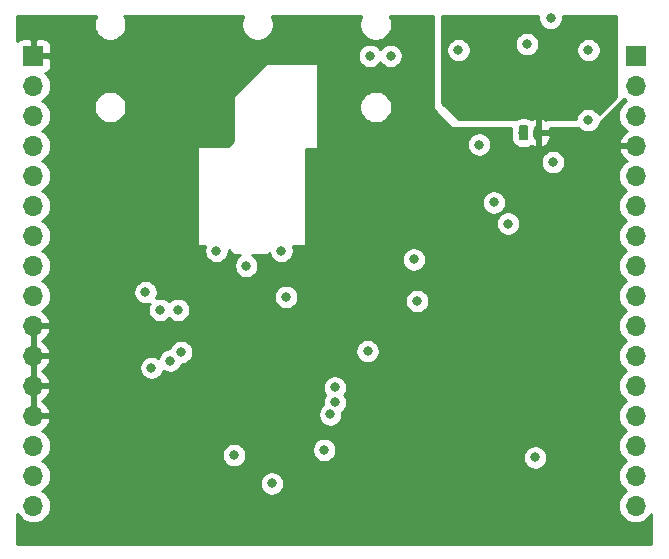
<source format=gbr>
%TF.GenerationSoftware,KiCad,Pcbnew,(5.0.2)-1*%
%TF.CreationDate,2020-07-31T09:38:14+02:00*%
%TF.ProjectId,Multimeter_Watch_Board_V1,4d756c74-696d-4657-9465-725f57617463,rev?*%
%TF.SameCoordinates,Original*%
%TF.FileFunction,Copper,L2,Inr*%
%TF.FilePolarity,Positive*%
%FSLAX46Y46*%
G04 Gerber Fmt 4.6, Leading zero omitted, Abs format (unit mm)*
G04 Created by KiCad (PCBNEW (5.0.2)-1) date 31.7.2020 9:38:14*
%MOMM*%
%LPD*%
G01*
G04 APERTURE LIST*
%TA.AperFunction,ViaPad*%
%ADD10O,1.700000X1.700000*%
%TD*%
%TA.AperFunction,ViaPad*%
%ADD11R,1.700000X1.700000*%
%TD*%
%TA.AperFunction,ViaPad*%
%ADD12O,0.800000X1.300000*%
%TD*%
%TA.AperFunction,Conductor*%
%ADD13C,0.100000*%
%TD*%
%TA.AperFunction,ViaPad*%
%ADD14C,0.800000*%
%TD*%
%TA.AperFunction,Conductor*%
%ADD15C,0.254000*%
%TD*%
G04 APERTURE END LIST*
D10*
%TO.N,/SDA*%
%TO.C,J4*%
X153000000Y-92100000D03*
%TO.N,/SCL*%
X153000000Y-89560000D03*
%TO.N,/PE5*%
X153000000Y-87020000D03*
%TO.N,/SWC*%
X153000000Y-84480000D03*
%TO.N,/SWD*%
X153000000Y-81940000D03*
%TO.N,/SDA*%
X153000000Y-79400000D03*
%TO.N,/SCL*%
X153000000Y-76860000D03*
%TO.N,/ADC6*%
X153000000Y-74320000D03*
%TO.N,/ADC11*%
X153000000Y-71780000D03*
%TO.N,/ADC3*%
X153000000Y-69240000D03*
%TO.N,/VCC_HALF*%
X153000000Y-66700000D03*
%TO.N,/RESET*%
X153000000Y-64160000D03*
%TO.N,/GND*%
X153000000Y-61620000D03*
%TO.N,/PB6*%
X153000000Y-59080000D03*
%TO.N,/PB7*%
X153000000Y-56540000D03*
D11*
%TO.N,/VCC*%
X153000000Y-54000000D03*
%TD*%
D12*
%TO.N,/GND*%
%TO.C,BT1*%
X144750000Y-60500000D03*
D13*
%TO.N,/VCC*%
G36*
X143719603Y-59850963D02*
X143739018Y-59853843D01*
X143758057Y-59858612D01*
X143776537Y-59865224D01*
X143794279Y-59873616D01*
X143811114Y-59883706D01*
X143826879Y-59895398D01*
X143841421Y-59908579D01*
X143854602Y-59923121D01*
X143866294Y-59938886D01*
X143876384Y-59955721D01*
X143884776Y-59973463D01*
X143891388Y-59991943D01*
X143896157Y-60010982D01*
X143899037Y-60030397D01*
X143900000Y-60050000D01*
X143900000Y-60950000D01*
X143899037Y-60969603D01*
X143896157Y-60989018D01*
X143891388Y-61008057D01*
X143884776Y-61026537D01*
X143876384Y-61044279D01*
X143866294Y-61061114D01*
X143854602Y-61076879D01*
X143841421Y-61091421D01*
X143826879Y-61104602D01*
X143811114Y-61116294D01*
X143794279Y-61126384D01*
X143776537Y-61134776D01*
X143758057Y-61141388D01*
X143739018Y-61146157D01*
X143719603Y-61149037D01*
X143700000Y-61150000D01*
X143300000Y-61150000D01*
X143280397Y-61149037D01*
X143260982Y-61146157D01*
X143241943Y-61141388D01*
X143223463Y-61134776D01*
X143205721Y-61126384D01*
X143188886Y-61116294D01*
X143173121Y-61104602D01*
X143158579Y-61091421D01*
X143145398Y-61076879D01*
X143133706Y-61061114D01*
X143123616Y-61044279D01*
X143115224Y-61026537D01*
X143108612Y-61008057D01*
X143103843Y-60989018D01*
X143100963Y-60969603D01*
X143100000Y-60950000D01*
X143100000Y-60050000D01*
X143100963Y-60030397D01*
X143103843Y-60010982D01*
X143108612Y-59991943D01*
X143115224Y-59973463D01*
X143123616Y-59955721D01*
X143133706Y-59938886D01*
X143145398Y-59923121D01*
X143158579Y-59908579D01*
X143173121Y-59895398D01*
X143188886Y-59883706D01*
X143205721Y-59873616D01*
X143223463Y-59865224D01*
X143241943Y-59858612D01*
X143260982Y-59853843D01*
X143280397Y-59850963D01*
X143300000Y-59850000D01*
X143700000Y-59850000D01*
X143719603Y-59850963D01*
X143719603Y-59850963D01*
G37*
D14*
X143500000Y-60500000D03*
%TD*%
D10*
%TO.N,/PD3*%
%TO.C,J5*%
X102000000Y-92100000D03*
%TO.N,/PD2*%
X102000000Y-89560000D03*
%TO.N,/PE4*%
X102000000Y-87020000D03*
%TO.N,/GND*%
X102000000Y-84480000D03*
X102000000Y-81940000D03*
X102000000Y-79400000D03*
X102000000Y-76860000D03*
%TO.N,/D1*%
X102000000Y-74320000D03*
%TO.N,/D0*%
X102000000Y-71780000D03*
%TO.N,/VCC*%
X102000000Y-69240000D03*
X102000000Y-66700000D03*
X102000000Y-64160000D03*
X102000000Y-61620000D03*
%TO.N,/PD5*%
X102000000Y-59080000D03*
%TO.N,/PD6*%
X102000000Y-56540000D03*
D11*
%TO.N,/GND*%
X102000000Y-54000000D03*
%TD*%
D14*
%TO.N,/ADC11*%
X134222266Y-71229425D03*
%TO.N,/ADC2*%
X138000000Y-53500000D03*
X130500000Y-54000000D03*
X114250000Y-75500000D03*
%TO.N,/ADC3*%
X132250000Y-54000000D03*
X112750000Y-75500000D03*
X139750000Y-61500000D03*
X146000000Y-63000000D03*
%TO.N,/RESET*%
X112000000Y-80400000D03*
%TO.N,/SDA*%
X113600000Y-79800000D03*
%TO.N,/SCL*%
X114531458Y-79068542D03*
%TO.N,/SWD*%
X120034000Y-71780000D03*
%TO.N,/ADC6*%
X134500000Y-74750000D03*
%TO.N,/SWC*%
X123400000Y-74400000D03*
%TO.N,/PB0*%
X123000000Y-70500000D03*
X130299998Y-79000000D03*
%TO.N,/VCC*%
X144500000Y-88000000D03*
X148971000Y-59436000D03*
X145800000Y-50800000D03*
X122200000Y-90200000D03*
X111500000Y-74000000D03*
%TO.N,/PE4*%
X119000000Y-87800000D03*
%TO.N,Net-(R16-Pad2)*%
X149000000Y-53500000D03*
%TO.N,/GND*%
X139000000Y-91500000D03*
X148941452Y-61184452D03*
X143500000Y-54500000D03*
X123400000Y-89000000D03*
X139000000Y-88500000D03*
X141000000Y-86500000D03*
%TO.N,Net-(R13-Pad2)*%
X143800000Y-53000000D03*
%TO.N,/PD7*%
X117500000Y-70500000D03*
X127527000Y-82067000D03*
%TO.N,/PD6*%
X127527004Y-83337000D03*
%TO.N,/PD5*%
X127145996Y-84353000D03*
%TO.N,/PB7*%
X141000000Y-66400000D03*
%TO.N,/PB6*%
X142200000Y-68200000D03*
%TO.N,/PE5*%
X126638000Y-87362010D03*
%TD*%
D15*
%TO.N,/GND*%
G36*
X107272629Y-50668957D02*
X107168225Y-50921011D01*
X107115000Y-51188589D01*
X107115000Y-51461411D01*
X107168225Y-51728989D01*
X107272629Y-51981043D01*
X107424201Y-52207886D01*
X107617114Y-52400799D01*
X107843957Y-52552371D01*
X108096011Y-52656775D01*
X108363589Y-52710000D01*
X108636411Y-52710000D01*
X108903989Y-52656775D01*
X109156043Y-52552371D01*
X109382886Y-52400799D01*
X109575799Y-52207886D01*
X109727371Y-51981043D01*
X109831775Y-51728989D01*
X109885000Y-51461411D01*
X109885000Y-51188589D01*
X109831775Y-50921011D01*
X109727371Y-50668957D01*
X109721386Y-50660000D01*
X119778614Y-50660000D01*
X119772629Y-50668957D01*
X119668225Y-50921011D01*
X119615000Y-51188589D01*
X119615000Y-51461411D01*
X119668225Y-51728989D01*
X119772629Y-51981043D01*
X119924201Y-52207886D01*
X120117114Y-52400799D01*
X120343957Y-52552371D01*
X120596011Y-52656775D01*
X120863589Y-52710000D01*
X121136411Y-52710000D01*
X121403989Y-52656775D01*
X121656043Y-52552371D01*
X121882886Y-52400799D01*
X122075799Y-52207886D01*
X122227371Y-51981043D01*
X122331775Y-51728989D01*
X122385000Y-51461411D01*
X122385000Y-51188589D01*
X122331775Y-50921011D01*
X122227371Y-50668957D01*
X122221386Y-50660000D01*
X129778614Y-50660000D01*
X129772629Y-50668957D01*
X129668225Y-50921011D01*
X129615000Y-51188589D01*
X129615000Y-51461411D01*
X129668225Y-51728989D01*
X129772629Y-51981043D01*
X129924201Y-52207886D01*
X130117114Y-52400799D01*
X130343957Y-52552371D01*
X130596011Y-52656775D01*
X130863589Y-52710000D01*
X131136411Y-52710000D01*
X131403989Y-52656775D01*
X131656043Y-52552371D01*
X131882886Y-52400799D01*
X132075799Y-52207886D01*
X132227371Y-51981043D01*
X132331775Y-51728989D01*
X132385000Y-51461411D01*
X132385000Y-51188589D01*
X132331775Y-50921011D01*
X132227371Y-50668957D01*
X132221386Y-50660000D01*
X135873000Y-50660000D01*
X135873000Y-58500000D01*
X135882667Y-58548601D01*
X135910197Y-58589803D01*
X137410197Y-60089803D01*
X137451399Y-60117333D01*
X137500000Y-60127000D01*
X142461928Y-60127000D01*
X142461928Y-60950000D01*
X142478031Y-61113500D01*
X142525722Y-61270716D01*
X142603169Y-61415608D01*
X142707394Y-61542606D01*
X142834392Y-61646831D01*
X142979284Y-61724278D01*
X143136500Y-61771969D01*
X143300000Y-61788072D01*
X143700000Y-61788072D01*
X143863500Y-61771969D01*
X144020716Y-61724278D01*
X144165608Y-61646831D01*
X144183985Y-61631749D01*
X144201840Y-61645255D01*
X144387028Y-61734994D01*
X144463877Y-61744666D01*
X144623000Y-61616998D01*
X144623000Y-60627000D01*
X144877000Y-60627000D01*
X144877000Y-61616998D01*
X145036123Y-61744666D01*
X145112972Y-61734994D01*
X145298160Y-61645255D01*
X145462283Y-61521112D01*
X145599033Y-61367336D01*
X145703155Y-61189836D01*
X145770648Y-60995433D01*
X145798918Y-60791599D01*
X145633762Y-60627000D01*
X144877000Y-60627000D01*
X144623000Y-60627000D01*
X144603000Y-60627000D01*
X144603000Y-60373000D01*
X144623000Y-60373000D01*
X144623000Y-60020110D01*
X144627000Y-60000000D01*
X144627000Y-59500000D01*
X144623000Y-59479890D01*
X144623000Y-59383002D01*
X144463877Y-59255334D01*
X144387028Y-59265006D01*
X144201840Y-59354745D01*
X144183985Y-59368251D01*
X144165608Y-59353169D01*
X144020716Y-59275722D01*
X143863500Y-59228031D01*
X143700000Y-59211928D01*
X143300000Y-59211928D01*
X143136500Y-59228031D01*
X142979284Y-59275722D01*
X142834392Y-59353169D01*
X142810228Y-59373000D01*
X138052606Y-59373000D01*
X136627000Y-57947394D01*
X136627000Y-53398061D01*
X136965000Y-53398061D01*
X136965000Y-53601939D01*
X137004774Y-53801898D01*
X137082795Y-53990256D01*
X137196063Y-54159774D01*
X137340226Y-54303937D01*
X137509744Y-54417205D01*
X137698102Y-54495226D01*
X137898061Y-54535000D01*
X138101939Y-54535000D01*
X138301898Y-54495226D01*
X138490256Y-54417205D01*
X138659774Y-54303937D01*
X138803937Y-54159774D01*
X138917205Y-53990256D01*
X138995226Y-53801898D01*
X139035000Y-53601939D01*
X139035000Y-53398061D01*
X138995226Y-53198102D01*
X138917205Y-53009744D01*
X138842582Y-52898061D01*
X142765000Y-52898061D01*
X142765000Y-53101939D01*
X142804774Y-53301898D01*
X142882795Y-53490256D01*
X142996063Y-53659774D01*
X143140226Y-53803937D01*
X143309744Y-53917205D01*
X143498102Y-53995226D01*
X143698061Y-54035000D01*
X143901939Y-54035000D01*
X144101898Y-53995226D01*
X144290256Y-53917205D01*
X144459774Y-53803937D01*
X144603937Y-53659774D01*
X144717205Y-53490256D01*
X144755393Y-53398061D01*
X147965000Y-53398061D01*
X147965000Y-53601939D01*
X148004774Y-53801898D01*
X148082795Y-53990256D01*
X148196063Y-54159774D01*
X148340226Y-54303937D01*
X148509744Y-54417205D01*
X148698102Y-54495226D01*
X148898061Y-54535000D01*
X149101939Y-54535000D01*
X149301898Y-54495226D01*
X149490256Y-54417205D01*
X149659774Y-54303937D01*
X149803937Y-54159774D01*
X149917205Y-53990256D01*
X149995226Y-53801898D01*
X150035000Y-53601939D01*
X150035000Y-53398061D01*
X149995226Y-53198102D01*
X149917205Y-53009744D01*
X149803937Y-52840226D01*
X149659774Y-52696063D01*
X149490256Y-52582795D01*
X149301898Y-52504774D01*
X149101939Y-52465000D01*
X148898061Y-52465000D01*
X148698102Y-52504774D01*
X148509744Y-52582795D01*
X148340226Y-52696063D01*
X148196063Y-52840226D01*
X148082795Y-53009744D01*
X148004774Y-53198102D01*
X147965000Y-53398061D01*
X144755393Y-53398061D01*
X144795226Y-53301898D01*
X144835000Y-53101939D01*
X144835000Y-52898061D01*
X144795226Y-52698102D01*
X144717205Y-52509744D01*
X144603937Y-52340226D01*
X144459774Y-52196063D01*
X144290256Y-52082795D01*
X144101898Y-52004774D01*
X143901939Y-51965000D01*
X143698061Y-51965000D01*
X143498102Y-52004774D01*
X143309744Y-52082795D01*
X143140226Y-52196063D01*
X142996063Y-52340226D01*
X142882795Y-52509744D01*
X142804774Y-52698102D01*
X142765000Y-52898061D01*
X138842582Y-52898061D01*
X138803937Y-52840226D01*
X138659774Y-52696063D01*
X138490256Y-52582795D01*
X138301898Y-52504774D01*
X138101939Y-52465000D01*
X137898061Y-52465000D01*
X137698102Y-52504774D01*
X137509744Y-52582795D01*
X137340226Y-52696063D01*
X137196063Y-52840226D01*
X137082795Y-53009744D01*
X137004774Y-53198102D01*
X136965000Y-53398061D01*
X136627000Y-53398061D01*
X136627000Y-50660000D01*
X144772571Y-50660000D01*
X144765000Y-50698061D01*
X144765000Y-50901939D01*
X144804774Y-51101898D01*
X144882795Y-51290256D01*
X144996063Y-51459774D01*
X145140226Y-51603937D01*
X145309744Y-51717205D01*
X145498102Y-51795226D01*
X145698061Y-51835000D01*
X145901939Y-51835000D01*
X146101898Y-51795226D01*
X146290256Y-51717205D01*
X146459774Y-51603937D01*
X146603937Y-51459774D01*
X146717205Y-51290256D01*
X146795226Y-51101898D01*
X146835000Y-50901939D01*
X146835000Y-50698061D01*
X146827429Y-50660000D01*
X151373000Y-50660000D01*
X151373000Y-57447394D01*
X149882776Y-58937618D01*
X149774937Y-58776226D01*
X149630774Y-58632063D01*
X149461256Y-58518795D01*
X149272898Y-58440774D01*
X149072939Y-58401000D01*
X148869061Y-58401000D01*
X148669102Y-58440774D01*
X148480744Y-58518795D01*
X148311226Y-58632063D01*
X148167063Y-58776226D01*
X148053795Y-58945744D01*
X147975774Y-59134102D01*
X147936000Y-59334061D01*
X147936000Y-59373000D01*
X145500000Y-59373000D01*
X145451399Y-59382667D01*
X145410197Y-59410197D01*
X145397195Y-59429656D01*
X145298160Y-59354745D01*
X145112972Y-59265006D01*
X145036123Y-59255334D01*
X144877000Y-59383002D01*
X144877000Y-60373000D01*
X145633762Y-60373000D01*
X145798918Y-60208401D01*
X145787628Y-60127000D01*
X148198289Y-60127000D01*
X148311226Y-60239937D01*
X148480744Y-60353205D01*
X148669102Y-60431226D01*
X148869061Y-60471000D01*
X149072939Y-60471000D01*
X149272898Y-60431226D01*
X149461256Y-60353205D01*
X149630774Y-60239937D01*
X149774937Y-60095774D01*
X149888205Y-59926256D01*
X149966226Y-59737898D01*
X149972314Y-59707292D01*
X152021544Y-57658062D01*
X152170986Y-57780706D01*
X152225791Y-57810000D01*
X152170986Y-57839294D01*
X151944866Y-58024866D01*
X151759294Y-58250986D01*
X151621401Y-58508966D01*
X151536487Y-58788889D01*
X151507815Y-59080000D01*
X151536487Y-59371111D01*
X151621401Y-59651034D01*
X151759294Y-59909014D01*
X151944866Y-60135134D01*
X152170986Y-60320706D01*
X152235523Y-60355201D01*
X152118645Y-60424822D01*
X151902412Y-60619731D01*
X151728359Y-60853080D01*
X151603175Y-61115901D01*
X151558524Y-61263110D01*
X151679845Y-61493000D01*
X152873000Y-61493000D01*
X152873000Y-61473000D01*
X153127000Y-61473000D01*
X153127000Y-61493000D01*
X153147000Y-61493000D01*
X153147000Y-61747000D01*
X153127000Y-61747000D01*
X153127000Y-61767000D01*
X152873000Y-61767000D01*
X152873000Y-61747000D01*
X151679845Y-61747000D01*
X151558524Y-61976890D01*
X151603175Y-62124099D01*
X151728359Y-62386920D01*
X151902412Y-62620269D01*
X152118645Y-62815178D01*
X152235523Y-62884799D01*
X152170986Y-62919294D01*
X151944866Y-63104866D01*
X151759294Y-63330986D01*
X151621401Y-63588966D01*
X151536487Y-63868889D01*
X151507815Y-64160000D01*
X151536487Y-64451111D01*
X151621401Y-64731034D01*
X151759294Y-64989014D01*
X151944866Y-65215134D01*
X152170986Y-65400706D01*
X152225791Y-65430000D01*
X152170986Y-65459294D01*
X151944866Y-65644866D01*
X151759294Y-65870986D01*
X151621401Y-66128966D01*
X151536487Y-66408889D01*
X151507815Y-66700000D01*
X151536487Y-66991111D01*
X151621401Y-67271034D01*
X151759294Y-67529014D01*
X151944866Y-67755134D01*
X152170986Y-67940706D01*
X152225791Y-67970000D01*
X152170986Y-67999294D01*
X151944866Y-68184866D01*
X151759294Y-68410986D01*
X151621401Y-68668966D01*
X151536487Y-68948889D01*
X151507815Y-69240000D01*
X151536487Y-69531111D01*
X151621401Y-69811034D01*
X151759294Y-70069014D01*
X151944866Y-70295134D01*
X152170986Y-70480706D01*
X152225791Y-70510000D01*
X152170986Y-70539294D01*
X151944866Y-70724866D01*
X151759294Y-70950986D01*
X151621401Y-71208966D01*
X151536487Y-71488889D01*
X151507815Y-71780000D01*
X151536487Y-72071111D01*
X151621401Y-72351034D01*
X151759294Y-72609014D01*
X151944866Y-72835134D01*
X152170986Y-73020706D01*
X152225791Y-73050000D01*
X152170986Y-73079294D01*
X151944866Y-73264866D01*
X151759294Y-73490986D01*
X151621401Y-73748966D01*
X151536487Y-74028889D01*
X151507815Y-74320000D01*
X151536487Y-74611111D01*
X151621401Y-74891034D01*
X151759294Y-75149014D01*
X151944866Y-75375134D01*
X152170986Y-75560706D01*
X152225791Y-75590000D01*
X152170986Y-75619294D01*
X151944866Y-75804866D01*
X151759294Y-76030986D01*
X151621401Y-76288966D01*
X151536487Y-76568889D01*
X151507815Y-76860000D01*
X151536487Y-77151111D01*
X151621401Y-77431034D01*
X151759294Y-77689014D01*
X151944866Y-77915134D01*
X152170986Y-78100706D01*
X152225791Y-78130000D01*
X152170986Y-78159294D01*
X151944866Y-78344866D01*
X151759294Y-78570986D01*
X151621401Y-78828966D01*
X151536487Y-79108889D01*
X151507815Y-79400000D01*
X151536487Y-79691111D01*
X151621401Y-79971034D01*
X151759294Y-80229014D01*
X151944866Y-80455134D01*
X152170986Y-80640706D01*
X152225791Y-80670000D01*
X152170986Y-80699294D01*
X151944866Y-80884866D01*
X151759294Y-81110986D01*
X151621401Y-81368966D01*
X151536487Y-81648889D01*
X151507815Y-81940000D01*
X151536487Y-82231111D01*
X151621401Y-82511034D01*
X151759294Y-82769014D01*
X151944866Y-82995134D01*
X152170986Y-83180706D01*
X152225791Y-83210000D01*
X152170986Y-83239294D01*
X151944866Y-83424866D01*
X151759294Y-83650986D01*
X151621401Y-83908966D01*
X151536487Y-84188889D01*
X151507815Y-84480000D01*
X151536487Y-84771111D01*
X151621401Y-85051034D01*
X151759294Y-85309014D01*
X151944866Y-85535134D01*
X152170986Y-85720706D01*
X152225791Y-85750000D01*
X152170986Y-85779294D01*
X151944866Y-85964866D01*
X151759294Y-86190986D01*
X151621401Y-86448966D01*
X151536487Y-86728889D01*
X151507815Y-87020000D01*
X151536487Y-87311111D01*
X151621401Y-87591034D01*
X151759294Y-87849014D01*
X151944866Y-88075134D01*
X152170986Y-88260706D01*
X152225791Y-88290000D01*
X152170986Y-88319294D01*
X151944866Y-88504866D01*
X151759294Y-88730986D01*
X151621401Y-88988966D01*
X151536487Y-89268889D01*
X151507815Y-89560000D01*
X151536487Y-89851111D01*
X151621401Y-90131034D01*
X151759294Y-90389014D01*
X151944866Y-90615134D01*
X152170986Y-90800706D01*
X152225791Y-90830000D01*
X152170986Y-90859294D01*
X151944866Y-91044866D01*
X151759294Y-91270986D01*
X151621401Y-91528966D01*
X151536487Y-91808889D01*
X151507815Y-92100000D01*
X151536487Y-92391111D01*
X151621401Y-92671034D01*
X151759294Y-92929014D01*
X151944866Y-93155134D01*
X152170986Y-93340706D01*
X152428966Y-93478599D01*
X152708889Y-93563513D01*
X152927050Y-93585000D01*
X153072950Y-93585000D01*
X153291111Y-93563513D01*
X153571034Y-93478599D01*
X153829014Y-93340706D01*
X154055134Y-93155134D01*
X154240706Y-92929014D01*
X154340001Y-92743246D01*
X154340001Y-95340000D01*
X100660000Y-95340000D01*
X100660000Y-92743248D01*
X100759294Y-92929014D01*
X100944866Y-93155134D01*
X101170986Y-93340706D01*
X101428966Y-93478599D01*
X101708889Y-93563513D01*
X101927050Y-93585000D01*
X102072950Y-93585000D01*
X102291111Y-93563513D01*
X102571034Y-93478599D01*
X102829014Y-93340706D01*
X103055134Y-93155134D01*
X103240706Y-92929014D01*
X103378599Y-92671034D01*
X103463513Y-92391111D01*
X103492185Y-92100000D01*
X103463513Y-91808889D01*
X103378599Y-91528966D01*
X103240706Y-91270986D01*
X103055134Y-91044866D01*
X102829014Y-90859294D01*
X102774209Y-90830000D01*
X102829014Y-90800706D01*
X103055134Y-90615134D01*
X103240706Y-90389014D01*
X103378599Y-90131034D01*
X103388601Y-90098061D01*
X121165000Y-90098061D01*
X121165000Y-90301939D01*
X121204774Y-90501898D01*
X121282795Y-90690256D01*
X121396063Y-90859774D01*
X121540226Y-91003937D01*
X121709744Y-91117205D01*
X121898102Y-91195226D01*
X122098061Y-91235000D01*
X122301939Y-91235000D01*
X122501898Y-91195226D01*
X122690256Y-91117205D01*
X122859774Y-91003937D01*
X123003937Y-90859774D01*
X123117205Y-90690256D01*
X123195226Y-90501898D01*
X123235000Y-90301939D01*
X123235000Y-90098061D01*
X123195226Y-89898102D01*
X123117205Y-89709744D01*
X123003937Y-89540226D01*
X122859774Y-89396063D01*
X122690256Y-89282795D01*
X122501898Y-89204774D01*
X122301939Y-89165000D01*
X122098061Y-89165000D01*
X121898102Y-89204774D01*
X121709744Y-89282795D01*
X121540226Y-89396063D01*
X121396063Y-89540226D01*
X121282795Y-89709744D01*
X121204774Y-89898102D01*
X121165000Y-90098061D01*
X103388601Y-90098061D01*
X103463513Y-89851111D01*
X103492185Y-89560000D01*
X103463513Y-89268889D01*
X103378599Y-88988966D01*
X103240706Y-88730986D01*
X103055134Y-88504866D01*
X102829014Y-88319294D01*
X102774209Y-88290000D01*
X102829014Y-88260706D01*
X103055134Y-88075134D01*
X103240706Y-87849014D01*
X103321391Y-87698061D01*
X117965000Y-87698061D01*
X117965000Y-87901939D01*
X118004774Y-88101898D01*
X118082795Y-88290256D01*
X118196063Y-88459774D01*
X118340226Y-88603937D01*
X118509744Y-88717205D01*
X118698102Y-88795226D01*
X118898061Y-88835000D01*
X119101939Y-88835000D01*
X119301898Y-88795226D01*
X119490256Y-88717205D01*
X119659774Y-88603937D01*
X119803937Y-88459774D01*
X119917205Y-88290256D01*
X119995226Y-88101898D01*
X120035000Y-87901939D01*
X120035000Y-87698061D01*
X119995226Y-87498102D01*
X119917205Y-87309744D01*
X119884015Y-87260071D01*
X125603000Y-87260071D01*
X125603000Y-87463949D01*
X125642774Y-87663908D01*
X125720795Y-87852266D01*
X125834063Y-88021784D01*
X125978226Y-88165947D01*
X126147744Y-88279215D01*
X126336102Y-88357236D01*
X126536061Y-88397010D01*
X126739939Y-88397010D01*
X126939898Y-88357236D01*
X127128256Y-88279215D01*
X127297774Y-88165947D01*
X127441937Y-88021784D01*
X127524605Y-87898061D01*
X143465000Y-87898061D01*
X143465000Y-88101939D01*
X143504774Y-88301898D01*
X143582795Y-88490256D01*
X143696063Y-88659774D01*
X143840226Y-88803937D01*
X144009744Y-88917205D01*
X144198102Y-88995226D01*
X144398061Y-89035000D01*
X144601939Y-89035000D01*
X144801898Y-88995226D01*
X144990256Y-88917205D01*
X145159774Y-88803937D01*
X145303937Y-88659774D01*
X145417205Y-88490256D01*
X145495226Y-88301898D01*
X145535000Y-88101939D01*
X145535000Y-87898061D01*
X145495226Y-87698102D01*
X145417205Y-87509744D01*
X145303937Y-87340226D01*
X145159774Y-87196063D01*
X144990256Y-87082795D01*
X144801898Y-87004774D01*
X144601939Y-86965000D01*
X144398061Y-86965000D01*
X144198102Y-87004774D01*
X144009744Y-87082795D01*
X143840226Y-87196063D01*
X143696063Y-87340226D01*
X143582795Y-87509744D01*
X143504774Y-87698102D01*
X143465000Y-87898061D01*
X127524605Y-87898061D01*
X127555205Y-87852266D01*
X127633226Y-87663908D01*
X127673000Y-87463949D01*
X127673000Y-87260071D01*
X127633226Y-87060112D01*
X127555205Y-86871754D01*
X127441937Y-86702236D01*
X127297774Y-86558073D01*
X127128256Y-86444805D01*
X126939898Y-86366784D01*
X126739939Y-86327010D01*
X126536061Y-86327010D01*
X126336102Y-86366784D01*
X126147744Y-86444805D01*
X125978226Y-86558073D01*
X125834063Y-86702236D01*
X125720795Y-86871754D01*
X125642774Y-87060112D01*
X125603000Y-87260071D01*
X119884015Y-87260071D01*
X119803937Y-87140226D01*
X119659774Y-86996063D01*
X119490256Y-86882795D01*
X119301898Y-86804774D01*
X119101939Y-86765000D01*
X118898061Y-86765000D01*
X118698102Y-86804774D01*
X118509744Y-86882795D01*
X118340226Y-86996063D01*
X118196063Y-87140226D01*
X118082795Y-87309744D01*
X118004774Y-87498102D01*
X117965000Y-87698061D01*
X103321391Y-87698061D01*
X103378599Y-87591034D01*
X103463513Y-87311111D01*
X103492185Y-87020000D01*
X103463513Y-86728889D01*
X103378599Y-86448966D01*
X103240706Y-86190986D01*
X103055134Y-85964866D01*
X102829014Y-85779294D01*
X102764477Y-85744799D01*
X102881355Y-85675178D01*
X103097588Y-85480269D01*
X103271641Y-85246920D01*
X103396825Y-84984099D01*
X103441476Y-84836890D01*
X103320155Y-84607000D01*
X102127000Y-84607000D01*
X102127000Y-84627000D01*
X101873000Y-84627000D01*
X101873000Y-84607000D01*
X101853000Y-84607000D01*
X101853000Y-84353000D01*
X101873000Y-84353000D01*
X101873000Y-82067000D01*
X102127000Y-82067000D01*
X102127000Y-84353000D01*
X103320155Y-84353000D01*
X103373951Y-84251061D01*
X126110996Y-84251061D01*
X126110996Y-84454939D01*
X126150770Y-84654898D01*
X126228791Y-84843256D01*
X126342059Y-85012774D01*
X126486222Y-85156937D01*
X126655740Y-85270205D01*
X126844098Y-85348226D01*
X127044057Y-85388000D01*
X127247935Y-85388000D01*
X127447894Y-85348226D01*
X127636252Y-85270205D01*
X127805770Y-85156937D01*
X127949933Y-85012774D01*
X128063201Y-84843256D01*
X128141222Y-84654898D01*
X128180996Y-84454939D01*
X128180996Y-84251061D01*
X128162339Y-84157266D01*
X128186778Y-84140937D01*
X128330941Y-83996774D01*
X128444209Y-83827256D01*
X128522230Y-83638898D01*
X128562004Y-83438939D01*
X128562004Y-83235061D01*
X128522230Y-83035102D01*
X128444209Y-82846744D01*
X128347492Y-82701997D01*
X128444205Y-82557256D01*
X128522226Y-82368898D01*
X128562000Y-82168939D01*
X128562000Y-81965061D01*
X128522226Y-81765102D01*
X128444205Y-81576744D01*
X128330937Y-81407226D01*
X128186774Y-81263063D01*
X128017256Y-81149795D01*
X127828898Y-81071774D01*
X127628939Y-81032000D01*
X127425061Y-81032000D01*
X127225102Y-81071774D01*
X127036744Y-81149795D01*
X126867226Y-81263063D01*
X126723063Y-81407226D01*
X126609795Y-81576744D01*
X126531774Y-81765102D01*
X126492000Y-81965061D01*
X126492000Y-82168939D01*
X126531774Y-82368898D01*
X126609795Y-82557256D01*
X126706512Y-82702003D01*
X126609799Y-82846744D01*
X126531778Y-83035102D01*
X126492004Y-83235061D01*
X126492004Y-83438939D01*
X126510661Y-83532734D01*
X126486222Y-83549063D01*
X126342059Y-83693226D01*
X126228791Y-83862744D01*
X126150770Y-84051102D01*
X126110996Y-84251061D01*
X103373951Y-84251061D01*
X103441476Y-84123110D01*
X103396825Y-83975901D01*
X103271641Y-83713080D01*
X103097588Y-83479731D01*
X102881355Y-83284822D01*
X102755745Y-83210000D01*
X102881355Y-83135178D01*
X103097588Y-82940269D01*
X103271641Y-82706920D01*
X103396825Y-82444099D01*
X103441476Y-82296890D01*
X103320155Y-82067000D01*
X102127000Y-82067000D01*
X101873000Y-82067000D01*
X101853000Y-82067000D01*
X101853000Y-81813000D01*
X101873000Y-81813000D01*
X101873000Y-79527000D01*
X102127000Y-79527000D01*
X102127000Y-81813000D01*
X103320155Y-81813000D01*
X103441476Y-81583110D01*
X103396825Y-81435901D01*
X103271641Y-81173080D01*
X103097588Y-80939731D01*
X102881355Y-80744822D01*
X102755745Y-80670000D01*
X102881355Y-80595178D01*
X103097588Y-80400269D01*
X103173824Y-80298061D01*
X110965000Y-80298061D01*
X110965000Y-80501939D01*
X111004774Y-80701898D01*
X111082795Y-80890256D01*
X111196063Y-81059774D01*
X111340226Y-81203937D01*
X111509744Y-81317205D01*
X111698102Y-81395226D01*
X111898061Y-81435000D01*
X112101939Y-81435000D01*
X112301898Y-81395226D01*
X112490256Y-81317205D01*
X112659774Y-81203937D01*
X112803937Y-81059774D01*
X112917205Y-80890256D01*
X112995226Y-80701898D01*
X113005973Y-80647868D01*
X113109744Y-80717205D01*
X113298102Y-80795226D01*
X113498061Y-80835000D01*
X113701939Y-80835000D01*
X113901898Y-80795226D01*
X114090256Y-80717205D01*
X114259774Y-80603937D01*
X114403937Y-80459774D01*
X114517205Y-80290256D01*
X114594545Y-80103542D01*
X114633397Y-80103542D01*
X114833356Y-80063768D01*
X115021714Y-79985747D01*
X115191232Y-79872479D01*
X115335395Y-79728316D01*
X115448663Y-79558798D01*
X115526684Y-79370440D01*
X115566458Y-79170481D01*
X115566458Y-78966603D01*
X115552825Y-78898061D01*
X129264998Y-78898061D01*
X129264998Y-79101939D01*
X129304772Y-79301898D01*
X129382793Y-79490256D01*
X129496061Y-79659774D01*
X129640224Y-79803937D01*
X129809742Y-79917205D01*
X129998100Y-79995226D01*
X130198059Y-80035000D01*
X130401937Y-80035000D01*
X130601896Y-79995226D01*
X130790254Y-79917205D01*
X130959772Y-79803937D01*
X131103935Y-79659774D01*
X131217203Y-79490256D01*
X131295224Y-79301898D01*
X131334998Y-79101939D01*
X131334998Y-78898061D01*
X131295224Y-78698102D01*
X131217203Y-78509744D01*
X131103935Y-78340226D01*
X130959772Y-78196063D01*
X130790254Y-78082795D01*
X130601896Y-78004774D01*
X130401937Y-77965000D01*
X130198059Y-77965000D01*
X129998100Y-78004774D01*
X129809742Y-78082795D01*
X129640224Y-78196063D01*
X129496061Y-78340226D01*
X129382793Y-78509744D01*
X129304772Y-78698102D01*
X129264998Y-78898061D01*
X115552825Y-78898061D01*
X115526684Y-78766644D01*
X115448663Y-78578286D01*
X115335395Y-78408768D01*
X115191232Y-78264605D01*
X115021714Y-78151337D01*
X114833356Y-78073316D01*
X114633397Y-78033542D01*
X114429519Y-78033542D01*
X114229560Y-78073316D01*
X114041202Y-78151337D01*
X113871684Y-78264605D01*
X113727521Y-78408768D01*
X113614253Y-78578286D01*
X113536913Y-78765000D01*
X113498061Y-78765000D01*
X113298102Y-78804774D01*
X113109744Y-78882795D01*
X112940226Y-78996063D01*
X112796063Y-79140226D01*
X112682795Y-79309744D01*
X112604774Y-79498102D01*
X112594027Y-79552132D01*
X112490256Y-79482795D01*
X112301898Y-79404774D01*
X112101939Y-79365000D01*
X111898061Y-79365000D01*
X111698102Y-79404774D01*
X111509744Y-79482795D01*
X111340226Y-79596063D01*
X111196063Y-79740226D01*
X111082795Y-79909744D01*
X111004774Y-80098102D01*
X110965000Y-80298061D01*
X103173824Y-80298061D01*
X103271641Y-80166920D01*
X103396825Y-79904099D01*
X103441476Y-79756890D01*
X103320155Y-79527000D01*
X102127000Y-79527000D01*
X101873000Y-79527000D01*
X101853000Y-79527000D01*
X101853000Y-79273000D01*
X101873000Y-79273000D01*
X101873000Y-76987000D01*
X102127000Y-76987000D01*
X102127000Y-79273000D01*
X103320155Y-79273000D01*
X103441476Y-79043110D01*
X103396825Y-78895901D01*
X103271641Y-78633080D01*
X103097588Y-78399731D01*
X102881355Y-78204822D01*
X102755745Y-78130000D01*
X102881355Y-78055178D01*
X103097588Y-77860269D01*
X103271641Y-77626920D01*
X103396825Y-77364099D01*
X103441476Y-77216890D01*
X103320155Y-76987000D01*
X102127000Y-76987000D01*
X101873000Y-76987000D01*
X101853000Y-76987000D01*
X101853000Y-76733000D01*
X101873000Y-76733000D01*
X101873000Y-76713000D01*
X102127000Y-76713000D01*
X102127000Y-76733000D01*
X103320155Y-76733000D01*
X103441476Y-76503110D01*
X103396825Y-76355901D01*
X103271641Y-76093080D01*
X103097588Y-75859731D01*
X102881355Y-75664822D01*
X102764477Y-75595201D01*
X102829014Y-75560706D01*
X103055134Y-75375134D01*
X103240706Y-75149014D01*
X103378599Y-74891034D01*
X103463513Y-74611111D01*
X103492185Y-74320000D01*
X103463513Y-74028889D01*
X103423827Y-73898061D01*
X110465000Y-73898061D01*
X110465000Y-74101939D01*
X110504774Y-74301898D01*
X110582795Y-74490256D01*
X110696063Y-74659774D01*
X110840226Y-74803937D01*
X111009744Y-74917205D01*
X111198102Y-74995226D01*
X111398061Y-75035000D01*
X111601939Y-75035000D01*
X111801898Y-74995226D01*
X111858032Y-74971974D01*
X111832795Y-75009744D01*
X111754774Y-75198102D01*
X111715000Y-75398061D01*
X111715000Y-75601939D01*
X111754774Y-75801898D01*
X111832795Y-75990256D01*
X111946063Y-76159774D01*
X112090226Y-76303937D01*
X112259744Y-76417205D01*
X112448102Y-76495226D01*
X112648061Y-76535000D01*
X112851939Y-76535000D01*
X113051898Y-76495226D01*
X113240256Y-76417205D01*
X113409774Y-76303937D01*
X113500000Y-76213711D01*
X113590226Y-76303937D01*
X113759744Y-76417205D01*
X113948102Y-76495226D01*
X114148061Y-76535000D01*
X114351939Y-76535000D01*
X114551898Y-76495226D01*
X114740256Y-76417205D01*
X114909774Y-76303937D01*
X115053937Y-76159774D01*
X115167205Y-75990256D01*
X115245226Y-75801898D01*
X115285000Y-75601939D01*
X115285000Y-75398061D01*
X115245226Y-75198102D01*
X115167205Y-75009744D01*
X115053937Y-74840226D01*
X114909774Y-74696063D01*
X114740256Y-74582795D01*
X114551898Y-74504774D01*
X114351939Y-74465000D01*
X114148061Y-74465000D01*
X113948102Y-74504774D01*
X113759744Y-74582795D01*
X113590226Y-74696063D01*
X113500000Y-74786289D01*
X113409774Y-74696063D01*
X113240256Y-74582795D01*
X113051898Y-74504774D01*
X112851939Y-74465000D01*
X112648061Y-74465000D01*
X112448102Y-74504774D01*
X112391968Y-74528026D01*
X112417205Y-74490256D01*
X112495226Y-74301898D01*
X112495989Y-74298061D01*
X122365000Y-74298061D01*
X122365000Y-74501939D01*
X122404774Y-74701898D01*
X122482795Y-74890256D01*
X122596063Y-75059774D01*
X122740226Y-75203937D01*
X122909744Y-75317205D01*
X123098102Y-75395226D01*
X123298061Y-75435000D01*
X123501939Y-75435000D01*
X123701898Y-75395226D01*
X123890256Y-75317205D01*
X124059774Y-75203937D01*
X124203937Y-75059774D01*
X124317205Y-74890256D01*
X124395226Y-74701898D01*
X124405934Y-74648061D01*
X133465000Y-74648061D01*
X133465000Y-74851939D01*
X133504774Y-75051898D01*
X133582795Y-75240256D01*
X133696063Y-75409774D01*
X133840226Y-75553937D01*
X134009744Y-75667205D01*
X134198102Y-75745226D01*
X134398061Y-75785000D01*
X134601939Y-75785000D01*
X134801898Y-75745226D01*
X134990256Y-75667205D01*
X135159774Y-75553937D01*
X135303937Y-75409774D01*
X135417205Y-75240256D01*
X135495226Y-75051898D01*
X135535000Y-74851939D01*
X135535000Y-74648061D01*
X135495226Y-74448102D01*
X135417205Y-74259744D01*
X135303937Y-74090226D01*
X135159774Y-73946063D01*
X134990256Y-73832795D01*
X134801898Y-73754774D01*
X134601939Y-73715000D01*
X134398061Y-73715000D01*
X134198102Y-73754774D01*
X134009744Y-73832795D01*
X133840226Y-73946063D01*
X133696063Y-74090226D01*
X133582795Y-74259744D01*
X133504774Y-74448102D01*
X133465000Y-74648061D01*
X124405934Y-74648061D01*
X124435000Y-74501939D01*
X124435000Y-74298061D01*
X124395226Y-74098102D01*
X124317205Y-73909744D01*
X124203937Y-73740226D01*
X124059774Y-73596063D01*
X123890256Y-73482795D01*
X123701898Y-73404774D01*
X123501939Y-73365000D01*
X123298061Y-73365000D01*
X123098102Y-73404774D01*
X122909744Y-73482795D01*
X122740226Y-73596063D01*
X122596063Y-73740226D01*
X122482795Y-73909744D01*
X122404774Y-74098102D01*
X122365000Y-74298061D01*
X112495989Y-74298061D01*
X112535000Y-74101939D01*
X112535000Y-73898061D01*
X112495226Y-73698102D01*
X112417205Y-73509744D01*
X112303937Y-73340226D01*
X112159774Y-73196063D01*
X111990256Y-73082795D01*
X111801898Y-73004774D01*
X111601939Y-72965000D01*
X111398061Y-72965000D01*
X111198102Y-73004774D01*
X111009744Y-73082795D01*
X110840226Y-73196063D01*
X110696063Y-73340226D01*
X110582795Y-73509744D01*
X110504774Y-73698102D01*
X110465000Y-73898061D01*
X103423827Y-73898061D01*
X103378599Y-73748966D01*
X103240706Y-73490986D01*
X103055134Y-73264866D01*
X102829014Y-73079294D01*
X102774209Y-73050000D01*
X102829014Y-73020706D01*
X103055134Y-72835134D01*
X103240706Y-72609014D01*
X103378599Y-72351034D01*
X103463513Y-72071111D01*
X103492185Y-71780000D01*
X103463513Y-71488889D01*
X103378599Y-71208966D01*
X103240706Y-70950986D01*
X103055134Y-70724866D01*
X102829014Y-70539294D01*
X102774209Y-70510000D01*
X102829014Y-70480706D01*
X103055134Y-70295134D01*
X103240706Y-70069014D01*
X103378599Y-69811034D01*
X103463513Y-69531111D01*
X103492185Y-69240000D01*
X103463513Y-68948889D01*
X103378599Y-68668966D01*
X103240706Y-68410986D01*
X103055134Y-68184866D01*
X102829014Y-67999294D01*
X102774209Y-67970000D01*
X102829014Y-67940706D01*
X103055134Y-67755134D01*
X103240706Y-67529014D01*
X103378599Y-67271034D01*
X103463513Y-66991111D01*
X103492185Y-66700000D01*
X103463513Y-66408889D01*
X103378599Y-66128966D01*
X103240706Y-65870986D01*
X103055134Y-65644866D01*
X102829014Y-65459294D01*
X102774209Y-65430000D01*
X102829014Y-65400706D01*
X103055134Y-65215134D01*
X103240706Y-64989014D01*
X103378599Y-64731034D01*
X103463513Y-64451111D01*
X103492185Y-64160000D01*
X103463513Y-63868889D01*
X103378599Y-63588966D01*
X103240706Y-63330986D01*
X103055134Y-63104866D01*
X102829014Y-62919294D01*
X102774209Y-62890000D01*
X102829014Y-62860706D01*
X103055134Y-62675134D01*
X103240706Y-62449014D01*
X103378599Y-62191034D01*
X103463513Y-61911111D01*
X103479381Y-61750000D01*
X115873000Y-61750000D01*
X115873000Y-70000000D01*
X115882667Y-70048601D01*
X115910197Y-70089803D01*
X115951399Y-70117333D01*
X116000000Y-70127000D01*
X116534226Y-70127000D01*
X116504774Y-70198102D01*
X116465000Y-70398061D01*
X116465000Y-70601939D01*
X116504774Y-70801898D01*
X116582795Y-70990256D01*
X116696063Y-71159774D01*
X116840226Y-71303937D01*
X117009744Y-71417205D01*
X117198102Y-71495226D01*
X117398061Y-71535000D01*
X117601939Y-71535000D01*
X117801898Y-71495226D01*
X117990256Y-71417205D01*
X118159774Y-71303937D01*
X118303937Y-71159774D01*
X118417205Y-70990256D01*
X118495226Y-70801898D01*
X118535000Y-70601939D01*
X118535000Y-70464606D01*
X118910197Y-70839803D01*
X118951399Y-70867333D01*
X119000000Y-70877000D01*
X119522485Y-70877000D01*
X119374226Y-70976063D01*
X119230063Y-71120226D01*
X119116795Y-71289744D01*
X119038774Y-71478102D01*
X118999000Y-71678061D01*
X118999000Y-71881939D01*
X119038774Y-72081898D01*
X119116795Y-72270256D01*
X119230063Y-72439774D01*
X119374226Y-72583937D01*
X119543744Y-72697205D01*
X119732102Y-72775226D01*
X119932061Y-72815000D01*
X120135939Y-72815000D01*
X120335898Y-72775226D01*
X120524256Y-72697205D01*
X120693774Y-72583937D01*
X120837937Y-72439774D01*
X120951205Y-72270256D01*
X121029226Y-72081898D01*
X121069000Y-71881939D01*
X121069000Y-71678061D01*
X121029226Y-71478102D01*
X120951205Y-71289744D01*
X120837937Y-71120226D01*
X120693774Y-70976063D01*
X120545515Y-70877000D01*
X121750000Y-70877000D01*
X121798601Y-70867333D01*
X121839803Y-70839803D01*
X121983693Y-70695913D01*
X122004774Y-70801898D01*
X122082795Y-70990256D01*
X122196063Y-71159774D01*
X122340226Y-71303937D01*
X122509744Y-71417205D01*
X122698102Y-71495226D01*
X122898061Y-71535000D01*
X123101939Y-71535000D01*
X123301898Y-71495226D01*
X123490256Y-71417205D01*
X123659774Y-71303937D01*
X123803937Y-71159774D01*
X123825511Y-71127486D01*
X133187266Y-71127486D01*
X133187266Y-71331364D01*
X133227040Y-71531323D01*
X133305061Y-71719681D01*
X133418329Y-71889199D01*
X133562492Y-72033362D01*
X133732010Y-72146630D01*
X133920368Y-72224651D01*
X134120327Y-72264425D01*
X134324205Y-72264425D01*
X134524164Y-72224651D01*
X134712522Y-72146630D01*
X134882040Y-72033362D01*
X135026203Y-71889199D01*
X135139471Y-71719681D01*
X135217492Y-71531323D01*
X135257266Y-71331364D01*
X135257266Y-71127486D01*
X135217492Y-70927527D01*
X135139471Y-70739169D01*
X135026203Y-70569651D01*
X134882040Y-70425488D01*
X134712522Y-70312220D01*
X134524164Y-70234199D01*
X134324205Y-70194425D01*
X134120327Y-70194425D01*
X133920368Y-70234199D01*
X133732010Y-70312220D01*
X133562492Y-70425488D01*
X133418329Y-70569651D01*
X133305061Y-70739169D01*
X133227040Y-70927527D01*
X133187266Y-71127486D01*
X123825511Y-71127486D01*
X123917205Y-70990256D01*
X123995226Y-70801898D01*
X124035000Y-70601939D01*
X124035000Y-70398061D01*
X123995226Y-70198102D01*
X123965774Y-70127000D01*
X125000000Y-70127000D01*
X125048601Y-70117333D01*
X125089803Y-70089803D01*
X125117333Y-70048601D01*
X125127000Y-70000000D01*
X125127000Y-68098061D01*
X141165000Y-68098061D01*
X141165000Y-68301939D01*
X141204774Y-68501898D01*
X141282795Y-68690256D01*
X141396063Y-68859774D01*
X141540226Y-69003937D01*
X141709744Y-69117205D01*
X141898102Y-69195226D01*
X142098061Y-69235000D01*
X142301939Y-69235000D01*
X142501898Y-69195226D01*
X142690256Y-69117205D01*
X142859774Y-69003937D01*
X143003937Y-68859774D01*
X143117205Y-68690256D01*
X143195226Y-68501898D01*
X143235000Y-68301939D01*
X143235000Y-68098061D01*
X143195226Y-67898102D01*
X143117205Y-67709744D01*
X143003937Y-67540226D01*
X142859774Y-67396063D01*
X142690256Y-67282795D01*
X142501898Y-67204774D01*
X142301939Y-67165000D01*
X142098061Y-67165000D01*
X141898102Y-67204774D01*
X141709744Y-67282795D01*
X141540226Y-67396063D01*
X141396063Y-67540226D01*
X141282795Y-67709744D01*
X141204774Y-67898102D01*
X141165000Y-68098061D01*
X125127000Y-68098061D01*
X125127000Y-66298061D01*
X139965000Y-66298061D01*
X139965000Y-66501939D01*
X140004774Y-66701898D01*
X140082795Y-66890256D01*
X140196063Y-67059774D01*
X140340226Y-67203937D01*
X140509744Y-67317205D01*
X140698102Y-67395226D01*
X140898061Y-67435000D01*
X141101939Y-67435000D01*
X141301898Y-67395226D01*
X141490256Y-67317205D01*
X141659774Y-67203937D01*
X141803937Y-67059774D01*
X141917205Y-66890256D01*
X141995226Y-66701898D01*
X142035000Y-66501939D01*
X142035000Y-66298061D01*
X141995226Y-66098102D01*
X141917205Y-65909744D01*
X141803937Y-65740226D01*
X141659774Y-65596063D01*
X141490256Y-65482795D01*
X141301898Y-65404774D01*
X141101939Y-65365000D01*
X140898061Y-65365000D01*
X140698102Y-65404774D01*
X140509744Y-65482795D01*
X140340226Y-65596063D01*
X140196063Y-65740226D01*
X140082795Y-65909744D01*
X140004774Y-66098102D01*
X139965000Y-66298061D01*
X125127000Y-66298061D01*
X125127000Y-62898061D01*
X144965000Y-62898061D01*
X144965000Y-63101939D01*
X145004774Y-63301898D01*
X145082795Y-63490256D01*
X145196063Y-63659774D01*
X145340226Y-63803937D01*
X145509744Y-63917205D01*
X145698102Y-63995226D01*
X145898061Y-64035000D01*
X146101939Y-64035000D01*
X146301898Y-63995226D01*
X146490256Y-63917205D01*
X146659774Y-63803937D01*
X146803937Y-63659774D01*
X146917205Y-63490256D01*
X146995226Y-63301898D01*
X147035000Y-63101939D01*
X147035000Y-62898061D01*
X146995226Y-62698102D01*
X146917205Y-62509744D01*
X146803937Y-62340226D01*
X146659774Y-62196063D01*
X146490256Y-62082795D01*
X146301898Y-62004774D01*
X146101939Y-61965000D01*
X145898061Y-61965000D01*
X145698102Y-62004774D01*
X145509744Y-62082795D01*
X145340226Y-62196063D01*
X145196063Y-62340226D01*
X145082795Y-62509744D01*
X145004774Y-62698102D01*
X144965000Y-62898061D01*
X125127000Y-62898061D01*
X125127000Y-61877000D01*
X126000000Y-61877000D01*
X126048601Y-61867333D01*
X126089803Y-61839803D01*
X126117333Y-61798601D01*
X126127000Y-61750000D01*
X126127000Y-61398061D01*
X138715000Y-61398061D01*
X138715000Y-61601939D01*
X138754774Y-61801898D01*
X138832795Y-61990256D01*
X138946063Y-62159774D01*
X139090226Y-62303937D01*
X139259744Y-62417205D01*
X139448102Y-62495226D01*
X139648061Y-62535000D01*
X139851939Y-62535000D01*
X140051898Y-62495226D01*
X140240256Y-62417205D01*
X140409774Y-62303937D01*
X140553937Y-62159774D01*
X140667205Y-61990256D01*
X140745226Y-61801898D01*
X140785000Y-61601939D01*
X140785000Y-61398061D01*
X140745226Y-61198102D01*
X140667205Y-61009744D01*
X140553937Y-60840226D01*
X140409774Y-60696063D01*
X140240256Y-60582795D01*
X140051898Y-60504774D01*
X139851939Y-60465000D01*
X139648061Y-60465000D01*
X139448102Y-60504774D01*
X139259744Y-60582795D01*
X139090226Y-60696063D01*
X138946063Y-60840226D01*
X138832795Y-61009744D01*
X138754774Y-61198102D01*
X138715000Y-61398061D01*
X126127000Y-61398061D01*
X126127000Y-58188589D01*
X129615000Y-58188589D01*
X129615000Y-58461411D01*
X129668225Y-58728989D01*
X129772629Y-58981043D01*
X129924201Y-59207886D01*
X130117114Y-59400799D01*
X130343957Y-59552371D01*
X130596011Y-59656775D01*
X130863589Y-59710000D01*
X131136411Y-59710000D01*
X131403989Y-59656775D01*
X131656043Y-59552371D01*
X131882886Y-59400799D01*
X132075799Y-59207886D01*
X132227371Y-58981043D01*
X132331775Y-58728989D01*
X132385000Y-58461411D01*
X132385000Y-58188589D01*
X132331775Y-57921011D01*
X132227371Y-57668957D01*
X132075799Y-57442114D01*
X131882886Y-57249201D01*
X131656043Y-57097629D01*
X131403989Y-56993225D01*
X131136411Y-56940000D01*
X130863589Y-56940000D01*
X130596011Y-56993225D01*
X130343957Y-57097629D01*
X130117114Y-57249201D01*
X129924201Y-57442114D01*
X129772629Y-57668957D01*
X129668225Y-57921011D01*
X129615000Y-58188589D01*
X126127000Y-58188589D01*
X126127000Y-54750000D01*
X126117333Y-54701399D01*
X126089803Y-54660197D01*
X126048601Y-54632667D01*
X126000000Y-54623000D01*
X121750000Y-54623000D01*
X121701399Y-54632667D01*
X121660197Y-54660197D01*
X118910197Y-57410197D01*
X118882667Y-57451399D01*
X118873000Y-57500000D01*
X118873000Y-61197394D01*
X118447394Y-61623000D01*
X116000000Y-61623000D01*
X115951399Y-61632667D01*
X115910197Y-61660197D01*
X115882667Y-61701399D01*
X115873000Y-61750000D01*
X103479381Y-61750000D01*
X103492185Y-61620000D01*
X103463513Y-61328889D01*
X103378599Y-61048966D01*
X103240706Y-60790986D01*
X103055134Y-60564866D01*
X102829014Y-60379294D01*
X102774209Y-60350000D01*
X102829014Y-60320706D01*
X103055134Y-60135134D01*
X103240706Y-59909014D01*
X103378599Y-59651034D01*
X103463513Y-59371111D01*
X103492185Y-59080000D01*
X103463513Y-58788889D01*
X103378599Y-58508966D01*
X103240706Y-58250986D01*
X103189499Y-58188589D01*
X107115000Y-58188589D01*
X107115000Y-58461411D01*
X107168225Y-58728989D01*
X107272629Y-58981043D01*
X107424201Y-59207886D01*
X107617114Y-59400799D01*
X107843957Y-59552371D01*
X108096011Y-59656775D01*
X108363589Y-59710000D01*
X108636411Y-59710000D01*
X108903989Y-59656775D01*
X109156043Y-59552371D01*
X109382886Y-59400799D01*
X109575799Y-59207886D01*
X109727371Y-58981043D01*
X109831775Y-58728989D01*
X109885000Y-58461411D01*
X109885000Y-58188589D01*
X109831775Y-57921011D01*
X109727371Y-57668957D01*
X109575799Y-57442114D01*
X109382886Y-57249201D01*
X109156043Y-57097629D01*
X108903989Y-56993225D01*
X108636411Y-56940000D01*
X108363589Y-56940000D01*
X108096011Y-56993225D01*
X107843957Y-57097629D01*
X107617114Y-57249201D01*
X107424201Y-57442114D01*
X107272629Y-57668957D01*
X107168225Y-57921011D01*
X107115000Y-58188589D01*
X103189499Y-58188589D01*
X103055134Y-58024866D01*
X102829014Y-57839294D01*
X102774209Y-57810000D01*
X102829014Y-57780706D01*
X103055134Y-57595134D01*
X103240706Y-57369014D01*
X103378599Y-57111034D01*
X103463513Y-56831111D01*
X103492185Y-56540000D01*
X103463513Y-56248889D01*
X103378599Y-55968966D01*
X103240706Y-55710986D01*
X103055134Y-55484866D01*
X103027447Y-55462144D01*
X103035223Y-55460597D01*
X103150785Y-55412730D01*
X103254789Y-55343237D01*
X103343237Y-55254789D01*
X103412730Y-55150785D01*
X103460597Y-55035223D01*
X103485000Y-54912542D01*
X103485000Y-54285750D01*
X103326250Y-54127000D01*
X102127000Y-54127000D01*
X102127000Y-54147000D01*
X101873000Y-54147000D01*
X101873000Y-54127000D01*
X101853000Y-54127000D01*
X101853000Y-53898061D01*
X129465000Y-53898061D01*
X129465000Y-54101939D01*
X129504774Y-54301898D01*
X129582795Y-54490256D01*
X129696063Y-54659774D01*
X129840226Y-54803937D01*
X130009744Y-54917205D01*
X130198102Y-54995226D01*
X130398061Y-55035000D01*
X130601939Y-55035000D01*
X130801898Y-54995226D01*
X130990256Y-54917205D01*
X131159774Y-54803937D01*
X131303937Y-54659774D01*
X131375000Y-54553420D01*
X131446063Y-54659774D01*
X131590226Y-54803937D01*
X131759744Y-54917205D01*
X131948102Y-54995226D01*
X132148061Y-55035000D01*
X132351939Y-55035000D01*
X132551898Y-54995226D01*
X132740256Y-54917205D01*
X132909774Y-54803937D01*
X133053937Y-54659774D01*
X133167205Y-54490256D01*
X133245226Y-54301898D01*
X133285000Y-54101939D01*
X133285000Y-53898061D01*
X133245226Y-53698102D01*
X133167205Y-53509744D01*
X133053937Y-53340226D01*
X132909774Y-53196063D01*
X132740256Y-53082795D01*
X132551898Y-53004774D01*
X132351939Y-52965000D01*
X132148061Y-52965000D01*
X131948102Y-53004774D01*
X131759744Y-53082795D01*
X131590226Y-53196063D01*
X131446063Y-53340226D01*
X131375000Y-53446580D01*
X131303937Y-53340226D01*
X131159774Y-53196063D01*
X130990256Y-53082795D01*
X130801898Y-53004774D01*
X130601939Y-52965000D01*
X130398061Y-52965000D01*
X130198102Y-53004774D01*
X130009744Y-53082795D01*
X129840226Y-53196063D01*
X129696063Y-53340226D01*
X129582795Y-53509744D01*
X129504774Y-53698102D01*
X129465000Y-53898061D01*
X101853000Y-53898061D01*
X101853000Y-53873000D01*
X101873000Y-53873000D01*
X101873000Y-52673750D01*
X102127000Y-52673750D01*
X102127000Y-53873000D01*
X103326250Y-53873000D01*
X103485000Y-53714250D01*
X103485000Y-53087458D01*
X103460597Y-52964777D01*
X103412730Y-52849215D01*
X103343237Y-52745211D01*
X103254789Y-52656763D01*
X103150785Y-52587270D01*
X103035223Y-52539403D01*
X102912542Y-52515000D01*
X102285750Y-52515000D01*
X102127000Y-52673750D01*
X101873000Y-52673750D01*
X101714250Y-52515000D01*
X101087458Y-52515000D01*
X100964777Y-52539403D01*
X100849215Y-52587270D01*
X100745211Y-52656763D01*
X100660000Y-52741974D01*
X100660000Y-50660000D01*
X107278614Y-50660000D01*
X107272629Y-50668957D01*
X107272629Y-50668957D01*
G37*
X107272629Y-50668957D02*
X107168225Y-50921011D01*
X107115000Y-51188589D01*
X107115000Y-51461411D01*
X107168225Y-51728989D01*
X107272629Y-51981043D01*
X107424201Y-52207886D01*
X107617114Y-52400799D01*
X107843957Y-52552371D01*
X108096011Y-52656775D01*
X108363589Y-52710000D01*
X108636411Y-52710000D01*
X108903989Y-52656775D01*
X109156043Y-52552371D01*
X109382886Y-52400799D01*
X109575799Y-52207886D01*
X109727371Y-51981043D01*
X109831775Y-51728989D01*
X109885000Y-51461411D01*
X109885000Y-51188589D01*
X109831775Y-50921011D01*
X109727371Y-50668957D01*
X109721386Y-50660000D01*
X119778614Y-50660000D01*
X119772629Y-50668957D01*
X119668225Y-50921011D01*
X119615000Y-51188589D01*
X119615000Y-51461411D01*
X119668225Y-51728989D01*
X119772629Y-51981043D01*
X119924201Y-52207886D01*
X120117114Y-52400799D01*
X120343957Y-52552371D01*
X120596011Y-52656775D01*
X120863589Y-52710000D01*
X121136411Y-52710000D01*
X121403989Y-52656775D01*
X121656043Y-52552371D01*
X121882886Y-52400799D01*
X122075799Y-52207886D01*
X122227371Y-51981043D01*
X122331775Y-51728989D01*
X122385000Y-51461411D01*
X122385000Y-51188589D01*
X122331775Y-50921011D01*
X122227371Y-50668957D01*
X122221386Y-50660000D01*
X129778614Y-50660000D01*
X129772629Y-50668957D01*
X129668225Y-50921011D01*
X129615000Y-51188589D01*
X129615000Y-51461411D01*
X129668225Y-51728989D01*
X129772629Y-51981043D01*
X129924201Y-52207886D01*
X130117114Y-52400799D01*
X130343957Y-52552371D01*
X130596011Y-52656775D01*
X130863589Y-52710000D01*
X131136411Y-52710000D01*
X131403989Y-52656775D01*
X131656043Y-52552371D01*
X131882886Y-52400799D01*
X132075799Y-52207886D01*
X132227371Y-51981043D01*
X132331775Y-51728989D01*
X132385000Y-51461411D01*
X132385000Y-51188589D01*
X132331775Y-50921011D01*
X132227371Y-50668957D01*
X132221386Y-50660000D01*
X135873000Y-50660000D01*
X135873000Y-58500000D01*
X135882667Y-58548601D01*
X135910197Y-58589803D01*
X137410197Y-60089803D01*
X137451399Y-60117333D01*
X137500000Y-60127000D01*
X142461928Y-60127000D01*
X142461928Y-60950000D01*
X142478031Y-61113500D01*
X142525722Y-61270716D01*
X142603169Y-61415608D01*
X142707394Y-61542606D01*
X142834392Y-61646831D01*
X142979284Y-61724278D01*
X143136500Y-61771969D01*
X143300000Y-61788072D01*
X143700000Y-61788072D01*
X143863500Y-61771969D01*
X144020716Y-61724278D01*
X144165608Y-61646831D01*
X144183985Y-61631749D01*
X144201840Y-61645255D01*
X144387028Y-61734994D01*
X144463877Y-61744666D01*
X144623000Y-61616998D01*
X144623000Y-60627000D01*
X144877000Y-60627000D01*
X144877000Y-61616998D01*
X145036123Y-61744666D01*
X145112972Y-61734994D01*
X145298160Y-61645255D01*
X145462283Y-61521112D01*
X145599033Y-61367336D01*
X145703155Y-61189836D01*
X145770648Y-60995433D01*
X145798918Y-60791599D01*
X145633762Y-60627000D01*
X144877000Y-60627000D01*
X144623000Y-60627000D01*
X144603000Y-60627000D01*
X144603000Y-60373000D01*
X144623000Y-60373000D01*
X144623000Y-60020110D01*
X144627000Y-60000000D01*
X144627000Y-59500000D01*
X144623000Y-59479890D01*
X144623000Y-59383002D01*
X144463877Y-59255334D01*
X144387028Y-59265006D01*
X144201840Y-59354745D01*
X144183985Y-59368251D01*
X144165608Y-59353169D01*
X144020716Y-59275722D01*
X143863500Y-59228031D01*
X143700000Y-59211928D01*
X143300000Y-59211928D01*
X143136500Y-59228031D01*
X142979284Y-59275722D01*
X142834392Y-59353169D01*
X142810228Y-59373000D01*
X138052606Y-59373000D01*
X136627000Y-57947394D01*
X136627000Y-53398061D01*
X136965000Y-53398061D01*
X136965000Y-53601939D01*
X137004774Y-53801898D01*
X137082795Y-53990256D01*
X137196063Y-54159774D01*
X137340226Y-54303937D01*
X137509744Y-54417205D01*
X137698102Y-54495226D01*
X137898061Y-54535000D01*
X138101939Y-54535000D01*
X138301898Y-54495226D01*
X138490256Y-54417205D01*
X138659774Y-54303937D01*
X138803937Y-54159774D01*
X138917205Y-53990256D01*
X138995226Y-53801898D01*
X139035000Y-53601939D01*
X139035000Y-53398061D01*
X138995226Y-53198102D01*
X138917205Y-53009744D01*
X138842582Y-52898061D01*
X142765000Y-52898061D01*
X142765000Y-53101939D01*
X142804774Y-53301898D01*
X142882795Y-53490256D01*
X142996063Y-53659774D01*
X143140226Y-53803937D01*
X143309744Y-53917205D01*
X143498102Y-53995226D01*
X143698061Y-54035000D01*
X143901939Y-54035000D01*
X144101898Y-53995226D01*
X144290256Y-53917205D01*
X144459774Y-53803937D01*
X144603937Y-53659774D01*
X144717205Y-53490256D01*
X144755393Y-53398061D01*
X147965000Y-53398061D01*
X147965000Y-53601939D01*
X148004774Y-53801898D01*
X148082795Y-53990256D01*
X148196063Y-54159774D01*
X148340226Y-54303937D01*
X148509744Y-54417205D01*
X148698102Y-54495226D01*
X148898061Y-54535000D01*
X149101939Y-54535000D01*
X149301898Y-54495226D01*
X149490256Y-54417205D01*
X149659774Y-54303937D01*
X149803937Y-54159774D01*
X149917205Y-53990256D01*
X149995226Y-53801898D01*
X150035000Y-53601939D01*
X150035000Y-53398061D01*
X149995226Y-53198102D01*
X149917205Y-53009744D01*
X149803937Y-52840226D01*
X149659774Y-52696063D01*
X149490256Y-52582795D01*
X149301898Y-52504774D01*
X149101939Y-52465000D01*
X148898061Y-52465000D01*
X148698102Y-52504774D01*
X148509744Y-52582795D01*
X148340226Y-52696063D01*
X148196063Y-52840226D01*
X148082795Y-53009744D01*
X148004774Y-53198102D01*
X147965000Y-53398061D01*
X144755393Y-53398061D01*
X144795226Y-53301898D01*
X144835000Y-53101939D01*
X144835000Y-52898061D01*
X144795226Y-52698102D01*
X144717205Y-52509744D01*
X144603937Y-52340226D01*
X144459774Y-52196063D01*
X144290256Y-52082795D01*
X144101898Y-52004774D01*
X143901939Y-51965000D01*
X143698061Y-51965000D01*
X143498102Y-52004774D01*
X143309744Y-52082795D01*
X143140226Y-52196063D01*
X142996063Y-52340226D01*
X142882795Y-52509744D01*
X142804774Y-52698102D01*
X142765000Y-52898061D01*
X138842582Y-52898061D01*
X138803937Y-52840226D01*
X138659774Y-52696063D01*
X138490256Y-52582795D01*
X138301898Y-52504774D01*
X138101939Y-52465000D01*
X137898061Y-52465000D01*
X137698102Y-52504774D01*
X137509744Y-52582795D01*
X137340226Y-52696063D01*
X137196063Y-52840226D01*
X137082795Y-53009744D01*
X137004774Y-53198102D01*
X136965000Y-53398061D01*
X136627000Y-53398061D01*
X136627000Y-50660000D01*
X144772571Y-50660000D01*
X144765000Y-50698061D01*
X144765000Y-50901939D01*
X144804774Y-51101898D01*
X144882795Y-51290256D01*
X144996063Y-51459774D01*
X145140226Y-51603937D01*
X145309744Y-51717205D01*
X145498102Y-51795226D01*
X145698061Y-51835000D01*
X145901939Y-51835000D01*
X146101898Y-51795226D01*
X146290256Y-51717205D01*
X146459774Y-51603937D01*
X146603937Y-51459774D01*
X146717205Y-51290256D01*
X146795226Y-51101898D01*
X146835000Y-50901939D01*
X146835000Y-50698061D01*
X146827429Y-50660000D01*
X151373000Y-50660000D01*
X151373000Y-57447394D01*
X149882776Y-58937618D01*
X149774937Y-58776226D01*
X149630774Y-58632063D01*
X149461256Y-58518795D01*
X149272898Y-58440774D01*
X149072939Y-58401000D01*
X148869061Y-58401000D01*
X148669102Y-58440774D01*
X148480744Y-58518795D01*
X148311226Y-58632063D01*
X148167063Y-58776226D01*
X148053795Y-58945744D01*
X147975774Y-59134102D01*
X147936000Y-59334061D01*
X147936000Y-59373000D01*
X145500000Y-59373000D01*
X145451399Y-59382667D01*
X145410197Y-59410197D01*
X145397195Y-59429656D01*
X145298160Y-59354745D01*
X145112972Y-59265006D01*
X145036123Y-59255334D01*
X144877000Y-59383002D01*
X144877000Y-60373000D01*
X145633762Y-60373000D01*
X145798918Y-60208401D01*
X145787628Y-60127000D01*
X148198289Y-60127000D01*
X148311226Y-60239937D01*
X148480744Y-60353205D01*
X148669102Y-60431226D01*
X148869061Y-60471000D01*
X149072939Y-60471000D01*
X149272898Y-60431226D01*
X149461256Y-60353205D01*
X149630774Y-60239937D01*
X149774937Y-60095774D01*
X149888205Y-59926256D01*
X149966226Y-59737898D01*
X149972314Y-59707292D01*
X152021544Y-57658062D01*
X152170986Y-57780706D01*
X152225791Y-57810000D01*
X152170986Y-57839294D01*
X151944866Y-58024866D01*
X151759294Y-58250986D01*
X151621401Y-58508966D01*
X151536487Y-58788889D01*
X151507815Y-59080000D01*
X151536487Y-59371111D01*
X151621401Y-59651034D01*
X151759294Y-59909014D01*
X151944866Y-60135134D01*
X152170986Y-60320706D01*
X152235523Y-60355201D01*
X152118645Y-60424822D01*
X151902412Y-60619731D01*
X151728359Y-60853080D01*
X151603175Y-61115901D01*
X151558524Y-61263110D01*
X151679845Y-61493000D01*
X152873000Y-61493000D01*
X152873000Y-61473000D01*
X153127000Y-61473000D01*
X153127000Y-61493000D01*
X153147000Y-61493000D01*
X153147000Y-61747000D01*
X153127000Y-61747000D01*
X153127000Y-61767000D01*
X152873000Y-61767000D01*
X152873000Y-61747000D01*
X151679845Y-61747000D01*
X151558524Y-61976890D01*
X151603175Y-62124099D01*
X151728359Y-62386920D01*
X151902412Y-62620269D01*
X152118645Y-62815178D01*
X152235523Y-62884799D01*
X152170986Y-62919294D01*
X151944866Y-63104866D01*
X151759294Y-63330986D01*
X151621401Y-63588966D01*
X151536487Y-63868889D01*
X151507815Y-64160000D01*
X151536487Y-64451111D01*
X151621401Y-64731034D01*
X151759294Y-64989014D01*
X151944866Y-65215134D01*
X152170986Y-65400706D01*
X152225791Y-65430000D01*
X152170986Y-65459294D01*
X151944866Y-65644866D01*
X151759294Y-65870986D01*
X151621401Y-66128966D01*
X151536487Y-66408889D01*
X151507815Y-66700000D01*
X151536487Y-66991111D01*
X151621401Y-67271034D01*
X151759294Y-67529014D01*
X151944866Y-67755134D01*
X152170986Y-67940706D01*
X152225791Y-67970000D01*
X152170986Y-67999294D01*
X151944866Y-68184866D01*
X151759294Y-68410986D01*
X151621401Y-68668966D01*
X151536487Y-68948889D01*
X151507815Y-69240000D01*
X151536487Y-69531111D01*
X151621401Y-69811034D01*
X151759294Y-70069014D01*
X151944866Y-70295134D01*
X152170986Y-70480706D01*
X152225791Y-70510000D01*
X152170986Y-70539294D01*
X151944866Y-70724866D01*
X151759294Y-70950986D01*
X151621401Y-71208966D01*
X151536487Y-71488889D01*
X151507815Y-71780000D01*
X151536487Y-72071111D01*
X151621401Y-72351034D01*
X151759294Y-72609014D01*
X151944866Y-72835134D01*
X152170986Y-73020706D01*
X152225791Y-73050000D01*
X152170986Y-73079294D01*
X151944866Y-73264866D01*
X151759294Y-73490986D01*
X151621401Y-73748966D01*
X151536487Y-74028889D01*
X151507815Y-74320000D01*
X151536487Y-74611111D01*
X151621401Y-74891034D01*
X151759294Y-75149014D01*
X151944866Y-75375134D01*
X152170986Y-75560706D01*
X152225791Y-75590000D01*
X152170986Y-75619294D01*
X151944866Y-75804866D01*
X151759294Y-76030986D01*
X151621401Y-76288966D01*
X151536487Y-76568889D01*
X151507815Y-76860000D01*
X151536487Y-77151111D01*
X151621401Y-77431034D01*
X151759294Y-77689014D01*
X151944866Y-77915134D01*
X152170986Y-78100706D01*
X152225791Y-78130000D01*
X152170986Y-78159294D01*
X151944866Y-78344866D01*
X151759294Y-78570986D01*
X151621401Y-78828966D01*
X151536487Y-79108889D01*
X151507815Y-79400000D01*
X151536487Y-79691111D01*
X151621401Y-79971034D01*
X151759294Y-80229014D01*
X151944866Y-80455134D01*
X152170986Y-80640706D01*
X152225791Y-80670000D01*
X152170986Y-80699294D01*
X151944866Y-80884866D01*
X151759294Y-81110986D01*
X151621401Y-81368966D01*
X151536487Y-81648889D01*
X151507815Y-81940000D01*
X151536487Y-82231111D01*
X151621401Y-82511034D01*
X151759294Y-82769014D01*
X151944866Y-82995134D01*
X152170986Y-83180706D01*
X152225791Y-83210000D01*
X152170986Y-83239294D01*
X151944866Y-83424866D01*
X151759294Y-83650986D01*
X151621401Y-83908966D01*
X151536487Y-84188889D01*
X151507815Y-84480000D01*
X151536487Y-84771111D01*
X151621401Y-85051034D01*
X151759294Y-85309014D01*
X151944866Y-85535134D01*
X152170986Y-85720706D01*
X152225791Y-85750000D01*
X152170986Y-85779294D01*
X151944866Y-85964866D01*
X151759294Y-86190986D01*
X151621401Y-86448966D01*
X151536487Y-86728889D01*
X151507815Y-87020000D01*
X151536487Y-87311111D01*
X151621401Y-87591034D01*
X151759294Y-87849014D01*
X151944866Y-88075134D01*
X152170986Y-88260706D01*
X152225791Y-88290000D01*
X152170986Y-88319294D01*
X151944866Y-88504866D01*
X151759294Y-88730986D01*
X151621401Y-88988966D01*
X151536487Y-89268889D01*
X151507815Y-89560000D01*
X151536487Y-89851111D01*
X151621401Y-90131034D01*
X151759294Y-90389014D01*
X151944866Y-90615134D01*
X152170986Y-90800706D01*
X152225791Y-90830000D01*
X152170986Y-90859294D01*
X151944866Y-91044866D01*
X151759294Y-91270986D01*
X151621401Y-91528966D01*
X151536487Y-91808889D01*
X151507815Y-92100000D01*
X151536487Y-92391111D01*
X151621401Y-92671034D01*
X151759294Y-92929014D01*
X151944866Y-93155134D01*
X152170986Y-93340706D01*
X152428966Y-93478599D01*
X152708889Y-93563513D01*
X152927050Y-93585000D01*
X153072950Y-93585000D01*
X153291111Y-93563513D01*
X153571034Y-93478599D01*
X153829014Y-93340706D01*
X154055134Y-93155134D01*
X154240706Y-92929014D01*
X154340001Y-92743246D01*
X154340001Y-95340000D01*
X100660000Y-95340000D01*
X100660000Y-92743248D01*
X100759294Y-92929014D01*
X100944866Y-93155134D01*
X101170986Y-93340706D01*
X101428966Y-93478599D01*
X101708889Y-93563513D01*
X101927050Y-93585000D01*
X102072950Y-93585000D01*
X102291111Y-93563513D01*
X102571034Y-93478599D01*
X102829014Y-93340706D01*
X103055134Y-93155134D01*
X103240706Y-92929014D01*
X103378599Y-92671034D01*
X103463513Y-92391111D01*
X103492185Y-92100000D01*
X103463513Y-91808889D01*
X103378599Y-91528966D01*
X103240706Y-91270986D01*
X103055134Y-91044866D01*
X102829014Y-90859294D01*
X102774209Y-90830000D01*
X102829014Y-90800706D01*
X103055134Y-90615134D01*
X103240706Y-90389014D01*
X103378599Y-90131034D01*
X103388601Y-90098061D01*
X121165000Y-90098061D01*
X121165000Y-90301939D01*
X121204774Y-90501898D01*
X121282795Y-90690256D01*
X121396063Y-90859774D01*
X121540226Y-91003937D01*
X121709744Y-91117205D01*
X121898102Y-91195226D01*
X122098061Y-91235000D01*
X122301939Y-91235000D01*
X122501898Y-91195226D01*
X122690256Y-91117205D01*
X122859774Y-91003937D01*
X123003937Y-90859774D01*
X123117205Y-90690256D01*
X123195226Y-90501898D01*
X123235000Y-90301939D01*
X123235000Y-90098061D01*
X123195226Y-89898102D01*
X123117205Y-89709744D01*
X123003937Y-89540226D01*
X122859774Y-89396063D01*
X122690256Y-89282795D01*
X122501898Y-89204774D01*
X122301939Y-89165000D01*
X122098061Y-89165000D01*
X121898102Y-89204774D01*
X121709744Y-89282795D01*
X121540226Y-89396063D01*
X121396063Y-89540226D01*
X121282795Y-89709744D01*
X121204774Y-89898102D01*
X121165000Y-90098061D01*
X103388601Y-90098061D01*
X103463513Y-89851111D01*
X103492185Y-89560000D01*
X103463513Y-89268889D01*
X103378599Y-88988966D01*
X103240706Y-88730986D01*
X103055134Y-88504866D01*
X102829014Y-88319294D01*
X102774209Y-88290000D01*
X102829014Y-88260706D01*
X103055134Y-88075134D01*
X103240706Y-87849014D01*
X103321391Y-87698061D01*
X117965000Y-87698061D01*
X117965000Y-87901939D01*
X118004774Y-88101898D01*
X118082795Y-88290256D01*
X118196063Y-88459774D01*
X118340226Y-88603937D01*
X118509744Y-88717205D01*
X118698102Y-88795226D01*
X118898061Y-88835000D01*
X119101939Y-88835000D01*
X119301898Y-88795226D01*
X119490256Y-88717205D01*
X119659774Y-88603937D01*
X119803937Y-88459774D01*
X119917205Y-88290256D01*
X119995226Y-88101898D01*
X120035000Y-87901939D01*
X120035000Y-87698061D01*
X119995226Y-87498102D01*
X119917205Y-87309744D01*
X119884015Y-87260071D01*
X125603000Y-87260071D01*
X125603000Y-87463949D01*
X125642774Y-87663908D01*
X125720795Y-87852266D01*
X125834063Y-88021784D01*
X125978226Y-88165947D01*
X126147744Y-88279215D01*
X126336102Y-88357236D01*
X126536061Y-88397010D01*
X126739939Y-88397010D01*
X126939898Y-88357236D01*
X127128256Y-88279215D01*
X127297774Y-88165947D01*
X127441937Y-88021784D01*
X127524605Y-87898061D01*
X143465000Y-87898061D01*
X143465000Y-88101939D01*
X143504774Y-88301898D01*
X143582795Y-88490256D01*
X143696063Y-88659774D01*
X143840226Y-88803937D01*
X144009744Y-88917205D01*
X144198102Y-88995226D01*
X144398061Y-89035000D01*
X144601939Y-89035000D01*
X144801898Y-88995226D01*
X144990256Y-88917205D01*
X145159774Y-88803937D01*
X145303937Y-88659774D01*
X145417205Y-88490256D01*
X145495226Y-88301898D01*
X145535000Y-88101939D01*
X145535000Y-87898061D01*
X145495226Y-87698102D01*
X145417205Y-87509744D01*
X145303937Y-87340226D01*
X145159774Y-87196063D01*
X144990256Y-87082795D01*
X144801898Y-87004774D01*
X144601939Y-86965000D01*
X144398061Y-86965000D01*
X144198102Y-87004774D01*
X144009744Y-87082795D01*
X143840226Y-87196063D01*
X143696063Y-87340226D01*
X143582795Y-87509744D01*
X143504774Y-87698102D01*
X143465000Y-87898061D01*
X127524605Y-87898061D01*
X127555205Y-87852266D01*
X127633226Y-87663908D01*
X127673000Y-87463949D01*
X127673000Y-87260071D01*
X127633226Y-87060112D01*
X127555205Y-86871754D01*
X127441937Y-86702236D01*
X127297774Y-86558073D01*
X127128256Y-86444805D01*
X126939898Y-86366784D01*
X126739939Y-86327010D01*
X126536061Y-86327010D01*
X126336102Y-86366784D01*
X126147744Y-86444805D01*
X125978226Y-86558073D01*
X125834063Y-86702236D01*
X125720795Y-86871754D01*
X125642774Y-87060112D01*
X125603000Y-87260071D01*
X119884015Y-87260071D01*
X119803937Y-87140226D01*
X119659774Y-86996063D01*
X119490256Y-86882795D01*
X119301898Y-86804774D01*
X119101939Y-86765000D01*
X118898061Y-86765000D01*
X118698102Y-86804774D01*
X118509744Y-86882795D01*
X118340226Y-86996063D01*
X118196063Y-87140226D01*
X118082795Y-87309744D01*
X118004774Y-87498102D01*
X117965000Y-87698061D01*
X103321391Y-87698061D01*
X103378599Y-87591034D01*
X103463513Y-87311111D01*
X103492185Y-87020000D01*
X103463513Y-86728889D01*
X103378599Y-86448966D01*
X103240706Y-86190986D01*
X103055134Y-85964866D01*
X102829014Y-85779294D01*
X102764477Y-85744799D01*
X102881355Y-85675178D01*
X103097588Y-85480269D01*
X103271641Y-85246920D01*
X103396825Y-84984099D01*
X103441476Y-84836890D01*
X103320155Y-84607000D01*
X102127000Y-84607000D01*
X102127000Y-84627000D01*
X101873000Y-84627000D01*
X101873000Y-84607000D01*
X101853000Y-84607000D01*
X101853000Y-84353000D01*
X101873000Y-84353000D01*
X101873000Y-82067000D01*
X102127000Y-82067000D01*
X102127000Y-84353000D01*
X103320155Y-84353000D01*
X103373951Y-84251061D01*
X126110996Y-84251061D01*
X126110996Y-84454939D01*
X126150770Y-84654898D01*
X126228791Y-84843256D01*
X126342059Y-85012774D01*
X126486222Y-85156937D01*
X126655740Y-85270205D01*
X126844098Y-85348226D01*
X127044057Y-85388000D01*
X127247935Y-85388000D01*
X127447894Y-85348226D01*
X127636252Y-85270205D01*
X127805770Y-85156937D01*
X127949933Y-85012774D01*
X128063201Y-84843256D01*
X128141222Y-84654898D01*
X128180996Y-84454939D01*
X128180996Y-84251061D01*
X128162339Y-84157266D01*
X128186778Y-84140937D01*
X128330941Y-83996774D01*
X128444209Y-83827256D01*
X128522230Y-83638898D01*
X128562004Y-83438939D01*
X128562004Y-83235061D01*
X128522230Y-83035102D01*
X128444209Y-82846744D01*
X128347492Y-82701997D01*
X128444205Y-82557256D01*
X128522226Y-82368898D01*
X128562000Y-82168939D01*
X128562000Y-81965061D01*
X128522226Y-81765102D01*
X128444205Y-81576744D01*
X128330937Y-81407226D01*
X128186774Y-81263063D01*
X128017256Y-81149795D01*
X127828898Y-81071774D01*
X127628939Y-81032000D01*
X127425061Y-81032000D01*
X127225102Y-81071774D01*
X127036744Y-81149795D01*
X126867226Y-81263063D01*
X126723063Y-81407226D01*
X126609795Y-81576744D01*
X126531774Y-81765102D01*
X126492000Y-81965061D01*
X126492000Y-82168939D01*
X126531774Y-82368898D01*
X126609795Y-82557256D01*
X126706512Y-82702003D01*
X126609799Y-82846744D01*
X126531778Y-83035102D01*
X126492004Y-83235061D01*
X126492004Y-83438939D01*
X126510661Y-83532734D01*
X126486222Y-83549063D01*
X126342059Y-83693226D01*
X126228791Y-83862744D01*
X126150770Y-84051102D01*
X126110996Y-84251061D01*
X103373951Y-84251061D01*
X103441476Y-84123110D01*
X103396825Y-83975901D01*
X103271641Y-83713080D01*
X103097588Y-83479731D01*
X102881355Y-83284822D01*
X102755745Y-83210000D01*
X102881355Y-83135178D01*
X103097588Y-82940269D01*
X103271641Y-82706920D01*
X103396825Y-82444099D01*
X103441476Y-82296890D01*
X103320155Y-82067000D01*
X102127000Y-82067000D01*
X101873000Y-82067000D01*
X101853000Y-82067000D01*
X101853000Y-81813000D01*
X101873000Y-81813000D01*
X101873000Y-79527000D01*
X102127000Y-79527000D01*
X102127000Y-81813000D01*
X103320155Y-81813000D01*
X103441476Y-81583110D01*
X103396825Y-81435901D01*
X103271641Y-81173080D01*
X103097588Y-80939731D01*
X102881355Y-80744822D01*
X102755745Y-80670000D01*
X102881355Y-80595178D01*
X103097588Y-80400269D01*
X103173824Y-80298061D01*
X110965000Y-80298061D01*
X110965000Y-80501939D01*
X111004774Y-80701898D01*
X111082795Y-80890256D01*
X111196063Y-81059774D01*
X111340226Y-81203937D01*
X111509744Y-81317205D01*
X111698102Y-81395226D01*
X111898061Y-81435000D01*
X112101939Y-81435000D01*
X112301898Y-81395226D01*
X112490256Y-81317205D01*
X112659774Y-81203937D01*
X112803937Y-81059774D01*
X112917205Y-80890256D01*
X112995226Y-80701898D01*
X113005973Y-80647868D01*
X113109744Y-80717205D01*
X113298102Y-80795226D01*
X113498061Y-80835000D01*
X113701939Y-80835000D01*
X113901898Y-80795226D01*
X114090256Y-80717205D01*
X114259774Y-80603937D01*
X114403937Y-80459774D01*
X114517205Y-80290256D01*
X114594545Y-80103542D01*
X114633397Y-80103542D01*
X114833356Y-80063768D01*
X115021714Y-79985747D01*
X115191232Y-79872479D01*
X115335395Y-79728316D01*
X115448663Y-79558798D01*
X115526684Y-79370440D01*
X115566458Y-79170481D01*
X115566458Y-78966603D01*
X115552825Y-78898061D01*
X129264998Y-78898061D01*
X129264998Y-79101939D01*
X129304772Y-79301898D01*
X129382793Y-79490256D01*
X129496061Y-79659774D01*
X129640224Y-79803937D01*
X129809742Y-79917205D01*
X129998100Y-79995226D01*
X130198059Y-80035000D01*
X130401937Y-80035000D01*
X130601896Y-79995226D01*
X130790254Y-79917205D01*
X130959772Y-79803937D01*
X131103935Y-79659774D01*
X131217203Y-79490256D01*
X131295224Y-79301898D01*
X131334998Y-79101939D01*
X131334998Y-78898061D01*
X131295224Y-78698102D01*
X131217203Y-78509744D01*
X131103935Y-78340226D01*
X130959772Y-78196063D01*
X130790254Y-78082795D01*
X130601896Y-78004774D01*
X130401937Y-77965000D01*
X130198059Y-77965000D01*
X129998100Y-78004774D01*
X129809742Y-78082795D01*
X129640224Y-78196063D01*
X129496061Y-78340226D01*
X129382793Y-78509744D01*
X129304772Y-78698102D01*
X129264998Y-78898061D01*
X115552825Y-78898061D01*
X115526684Y-78766644D01*
X115448663Y-78578286D01*
X115335395Y-78408768D01*
X115191232Y-78264605D01*
X115021714Y-78151337D01*
X114833356Y-78073316D01*
X114633397Y-78033542D01*
X114429519Y-78033542D01*
X114229560Y-78073316D01*
X114041202Y-78151337D01*
X113871684Y-78264605D01*
X113727521Y-78408768D01*
X113614253Y-78578286D01*
X113536913Y-78765000D01*
X113498061Y-78765000D01*
X113298102Y-78804774D01*
X113109744Y-78882795D01*
X112940226Y-78996063D01*
X112796063Y-79140226D01*
X112682795Y-79309744D01*
X112604774Y-79498102D01*
X112594027Y-79552132D01*
X112490256Y-79482795D01*
X112301898Y-79404774D01*
X112101939Y-79365000D01*
X111898061Y-79365000D01*
X111698102Y-79404774D01*
X111509744Y-79482795D01*
X111340226Y-79596063D01*
X111196063Y-79740226D01*
X111082795Y-79909744D01*
X111004774Y-80098102D01*
X110965000Y-80298061D01*
X103173824Y-80298061D01*
X103271641Y-80166920D01*
X103396825Y-79904099D01*
X103441476Y-79756890D01*
X103320155Y-79527000D01*
X102127000Y-79527000D01*
X101873000Y-79527000D01*
X101853000Y-79527000D01*
X101853000Y-79273000D01*
X101873000Y-79273000D01*
X101873000Y-76987000D01*
X102127000Y-76987000D01*
X102127000Y-79273000D01*
X103320155Y-79273000D01*
X103441476Y-79043110D01*
X103396825Y-78895901D01*
X103271641Y-78633080D01*
X103097588Y-78399731D01*
X102881355Y-78204822D01*
X102755745Y-78130000D01*
X102881355Y-78055178D01*
X103097588Y-77860269D01*
X103271641Y-77626920D01*
X103396825Y-77364099D01*
X103441476Y-77216890D01*
X103320155Y-76987000D01*
X102127000Y-76987000D01*
X101873000Y-76987000D01*
X101853000Y-76987000D01*
X101853000Y-76733000D01*
X101873000Y-76733000D01*
X101873000Y-76713000D01*
X102127000Y-76713000D01*
X102127000Y-76733000D01*
X103320155Y-76733000D01*
X103441476Y-76503110D01*
X103396825Y-76355901D01*
X103271641Y-76093080D01*
X103097588Y-75859731D01*
X102881355Y-75664822D01*
X102764477Y-75595201D01*
X102829014Y-75560706D01*
X103055134Y-75375134D01*
X103240706Y-75149014D01*
X103378599Y-74891034D01*
X103463513Y-74611111D01*
X103492185Y-74320000D01*
X103463513Y-74028889D01*
X103423827Y-73898061D01*
X110465000Y-73898061D01*
X110465000Y-74101939D01*
X110504774Y-74301898D01*
X110582795Y-74490256D01*
X110696063Y-74659774D01*
X110840226Y-74803937D01*
X111009744Y-74917205D01*
X111198102Y-74995226D01*
X111398061Y-75035000D01*
X111601939Y-75035000D01*
X111801898Y-74995226D01*
X111858032Y-74971974D01*
X111832795Y-75009744D01*
X111754774Y-75198102D01*
X111715000Y-75398061D01*
X111715000Y-75601939D01*
X111754774Y-75801898D01*
X111832795Y-75990256D01*
X111946063Y-76159774D01*
X112090226Y-76303937D01*
X112259744Y-76417205D01*
X112448102Y-76495226D01*
X112648061Y-76535000D01*
X112851939Y-76535000D01*
X113051898Y-76495226D01*
X113240256Y-76417205D01*
X113409774Y-76303937D01*
X113500000Y-76213711D01*
X113590226Y-76303937D01*
X113759744Y-76417205D01*
X113948102Y-76495226D01*
X114148061Y-76535000D01*
X114351939Y-76535000D01*
X114551898Y-76495226D01*
X114740256Y-76417205D01*
X114909774Y-76303937D01*
X115053937Y-76159774D01*
X115167205Y-75990256D01*
X115245226Y-75801898D01*
X115285000Y-75601939D01*
X115285000Y-75398061D01*
X115245226Y-75198102D01*
X115167205Y-75009744D01*
X115053937Y-74840226D01*
X114909774Y-74696063D01*
X114740256Y-74582795D01*
X114551898Y-74504774D01*
X114351939Y-74465000D01*
X114148061Y-74465000D01*
X113948102Y-74504774D01*
X113759744Y-74582795D01*
X113590226Y-74696063D01*
X113500000Y-74786289D01*
X113409774Y-74696063D01*
X113240256Y-74582795D01*
X113051898Y-74504774D01*
X112851939Y-74465000D01*
X112648061Y-74465000D01*
X112448102Y-74504774D01*
X112391968Y-74528026D01*
X112417205Y-74490256D01*
X112495226Y-74301898D01*
X112495989Y-74298061D01*
X122365000Y-74298061D01*
X122365000Y-74501939D01*
X122404774Y-74701898D01*
X122482795Y-74890256D01*
X122596063Y-75059774D01*
X122740226Y-75203937D01*
X122909744Y-75317205D01*
X123098102Y-75395226D01*
X123298061Y-75435000D01*
X123501939Y-75435000D01*
X123701898Y-75395226D01*
X123890256Y-75317205D01*
X124059774Y-75203937D01*
X124203937Y-75059774D01*
X124317205Y-74890256D01*
X124395226Y-74701898D01*
X124405934Y-74648061D01*
X133465000Y-74648061D01*
X133465000Y-74851939D01*
X133504774Y-75051898D01*
X133582795Y-75240256D01*
X133696063Y-75409774D01*
X133840226Y-75553937D01*
X134009744Y-75667205D01*
X134198102Y-75745226D01*
X134398061Y-75785000D01*
X134601939Y-75785000D01*
X134801898Y-75745226D01*
X134990256Y-75667205D01*
X135159774Y-75553937D01*
X135303937Y-75409774D01*
X135417205Y-75240256D01*
X135495226Y-75051898D01*
X135535000Y-74851939D01*
X135535000Y-74648061D01*
X135495226Y-74448102D01*
X135417205Y-74259744D01*
X135303937Y-74090226D01*
X135159774Y-73946063D01*
X134990256Y-73832795D01*
X134801898Y-73754774D01*
X134601939Y-73715000D01*
X134398061Y-73715000D01*
X134198102Y-73754774D01*
X134009744Y-73832795D01*
X133840226Y-73946063D01*
X133696063Y-74090226D01*
X133582795Y-74259744D01*
X133504774Y-74448102D01*
X133465000Y-74648061D01*
X124405934Y-74648061D01*
X124435000Y-74501939D01*
X124435000Y-74298061D01*
X124395226Y-74098102D01*
X124317205Y-73909744D01*
X124203937Y-73740226D01*
X124059774Y-73596063D01*
X123890256Y-73482795D01*
X123701898Y-73404774D01*
X123501939Y-73365000D01*
X123298061Y-73365000D01*
X123098102Y-73404774D01*
X122909744Y-73482795D01*
X122740226Y-73596063D01*
X122596063Y-73740226D01*
X122482795Y-73909744D01*
X122404774Y-74098102D01*
X122365000Y-74298061D01*
X112495989Y-74298061D01*
X112535000Y-74101939D01*
X112535000Y-73898061D01*
X112495226Y-73698102D01*
X112417205Y-73509744D01*
X112303937Y-73340226D01*
X112159774Y-73196063D01*
X111990256Y-73082795D01*
X111801898Y-73004774D01*
X111601939Y-72965000D01*
X111398061Y-72965000D01*
X111198102Y-73004774D01*
X111009744Y-73082795D01*
X110840226Y-73196063D01*
X110696063Y-73340226D01*
X110582795Y-73509744D01*
X110504774Y-73698102D01*
X110465000Y-73898061D01*
X103423827Y-73898061D01*
X103378599Y-73748966D01*
X103240706Y-73490986D01*
X103055134Y-73264866D01*
X102829014Y-73079294D01*
X102774209Y-73050000D01*
X102829014Y-73020706D01*
X103055134Y-72835134D01*
X103240706Y-72609014D01*
X103378599Y-72351034D01*
X103463513Y-72071111D01*
X103492185Y-71780000D01*
X103463513Y-71488889D01*
X103378599Y-71208966D01*
X103240706Y-70950986D01*
X103055134Y-70724866D01*
X102829014Y-70539294D01*
X102774209Y-70510000D01*
X102829014Y-70480706D01*
X103055134Y-70295134D01*
X103240706Y-70069014D01*
X103378599Y-69811034D01*
X103463513Y-69531111D01*
X103492185Y-69240000D01*
X103463513Y-68948889D01*
X103378599Y-68668966D01*
X103240706Y-68410986D01*
X103055134Y-68184866D01*
X102829014Y-67999294D01*
X102774209Y-67970000D01*
X102829014Y-67940706D01*
X103055134Y-67755134D01*
X103240706Y-67529014D01*
X103378599Y-67271034D01*
X103463513Y-66991111D01*
X103492185Y-66700000D01*
X103463513Y-66408889D01*
X103378599Y-66128966D01*
X103240706Y-65870986D01*
X103055134Y-65644866D01*
X102829014Y-65459294D01*
X102774209Y-65430000D01*
X102829014Y-65400706D01*
X103055134Y-65215134D01*
X103240706Y-64989014D01*
X103378599Y-64731034D01*
X103463513Y-64451111D01*
X103492185Y-64160000D01*
X103463513Y-63868889D01*
X103378599Y-63588966D01*
X103240706Y-63330986D01*
X103055134Y-63104866D01*
X102829014Y-62919294D01*
X102774209Y-62890000D01*
X102829014Y-62860706D01*
X103055134Y-62675134D01*
X103240706Y-62449014D01*
X103378599Y-62191034D01*
X103463513Y-61911111D01*
X103479381Y-61750000D01*
X115873000Y-61750000D01*
X115873000Y-70000000D01*
X115882667Y-70048601D01*
X115910197Y-70089803D01*
X115951399Y-70117333D01*
X116000000Y-70127000D01*
X116534226Y-70127000D01*
X116504774Y-70198102D01*
X116465000Y-70398061D01*
X116465000Y-70601939D01*
X116504774Y-70801898D01*
X116582795Y-70990256D01*
X116696063Y-71159774D01*
X116840226Y-71303937D01*
X117009744Y-71417205D01*
X117198102Y-71495226D01*
X117398061Y-71535000D01*
X117601939Y-71535000D01*
X117801898Y-71495226D01*
X117990256Y-71417205D01*
X118159774Y-71303937D01*
X118303937Y-71159774D01*
X118417205Y-70990256D01*
X118495226Y-70801898D01*
X118535000Y-70601939D01*
X118535000Y-70464606D01*
X118910197Y-70839803D01*
X118951399Y-70867333D01*
X119000000Y-70877000D01*
X119522485Y-70877000D01*
X119374226Y-70976063D01*
X119230063Y-71120226D01*
X119116795Y-71289744D01*
X119038774Y-71478102D01*
X118999000Y-71678061D01*
X118999000Y-71881939D01*
X119038774Y-72081898D01*
X119116795Y-72270256D01*
X119230063Y-72439774D01*
X119374226Y-72583937D01*
X119543744Y-72697205D01*
X119732102Y-72775226D01*
X119932061Y-72815000D01*
X120135939Y-72815000D01*
X120335898Y-72775226D01*
X120524256Y-72697205D01*
X120693774Y-72583937D01*
X120837937Y-72439774D01*
X120951205Y-72270256D01*
X121029226Y-72081898D01*
X121069000Y-71881939D01*
X121069000Y-71678061D01*
X121029226Y-71478102D01*
X120951205Y-71289744D01*
X120837937Y-71120226D01*
X120693774Y-70976063D01*
X120545515Y-70877000D01*
X121750000Y-70877000D01*
X121798601Y-70867333D01*
X121839803Y-70839803D01*
X121983693Y-70695913D01*
X122004774Y-70801898D01*
X122082795Y-70990256D01*
X122196063Y-71159774D01*
X122340226Y-71303937D01*
X122509744Y-71417205D01*
X122698102Y-71495226D01*
X122898061Y-71535000D01*
X123101939Y-71535000D01*
X123301898Y-71495226D01*
X123490256Y-71417205D01*
X123659774Y-71303937D01*
X123803937Y-71159774D01*
X123825511Y-71127486D01*
X133187266Y-71127486D01*
X133187266Y-71331364D01*
X133227040Y-71531323D01*
X133305061Y-71719681D01*
X133418329Y-71889199D01*
X133562492Y-72033362D01*
X133732010Y-72146630D01*
X133920368Y-72224651D01*
X134120327Y-72264425D01*
X134324205Y-72264425D01*
X134524164Y-72224651D01*
X134712522Y-72146630D01*
X134882040Y-72033362D01*
X135026203Y-71889199D01*
X135139471Y-71719681D01*
X135217492Y-71531323D01*
X135257266Y-71331364D01*
X135257266Y-71127486D01*
X135217492Y-70927527D01*
X135139471Y-70739169D01*
X135026203Y-70569651D01*
X134882040Y-70425488D01*
X134712522Y-70312220D01*
X134524164Y-70234199D01*
X134324205Y-70194425D01*
X134120327Y-70194425D01*
X133920368Y-70234199D01*
X133732010Y-70312220D01*
X133562492Y-70425488D01*
X133418329Y-70569651D01*
X133305061Y-70739169D01*
X133227040Y-70927527D01*
X133187266Y-71127486D01*
X123825511Y-71127486D01*
X123917205Y-70990256D01*
X123995226Y-70801898D01*
X124035000Y-70601939D01*
X124035000Y-70398061D01*
X123995226Y-70198102D01*
X123965774Y-70127000D01*
X125000000Y-70127000D01*
X125048601Y-70117333D01*
X125089803Y-70089803D01*
X125117333Y-70048601D01*
X125127000Y-70000000D01*
X125127000Y-68098061D01*
X141165000Y-68098061D01*
X141165000Y-68301939D01*
X141204774Y-68501898D01*
X141282795Y-68690256D01*
X141396063Y-68859774D01*
X141540226Y-69003937D01*
X141709744Y-69117205D01*
X141898102Y-69195226D01*
X142098061Y-69235000D01*
X142301939Y-69235000D01*
X142501898Y-69195226D01*
X142690256Y-69117205D01*
X142859774Y-69003937D01*
X143003937Y-68859774D01*
X143117205Y-68690256D01*
X143195226Y-68501898D01*
X143235000Y-68301939D01*
X143235000Y-68098061D01*
X143195226Y-67898102D01*
X143117205Y-67709744D01*
X143003937Y-67540226D01*
X142859774Y-67396063D01*
X142690256Y-67282795D01*
X142501898Y-67204774D01*
X142301939Y-67165000D01*
X142098061Y-67165000D01*
X141898102Y-67204774D01*
X141709744Y-67282795D01*
X141540226Y-67396063D01*
X141396063Y-67540226D01*
X141282795Y-67709744D01*
X141204774Y-67898102D01*
X141165000Y-68098061D01*
X125127000Y-68098061D01*
X125127000Y-66298061D01*
X139965000Y-66298061D01*
X139965000Y-66501939D01*
X140004774Y-66701898D01*
X140082795Y-66890256D01*
X140196063Y-67059774D01*
X140340226Y-67203937D01*
X140509744Y-67317205D01*
X140698102Y-67395226D01*
X140898061Y-67435000D01*
X141101939Y-67435000D01*
X141301898Y-67395226D01*
X141490256Y-67317205D01*
X141659774Y-67203937D01*
X141803937Y-67059774D01*
X141917205Y-66890256D01*
X141995226Y-66701898D01*
X142035000Y-66501939D01*
X142035000Y-66298061D01*
X141995226Y-66098102D01*
X141917205Y-65909744D01*
X141803937Y-65740226D01*
X141659774Y-65596063D01*
X141490256Y-65482795D01*
X141301898Y-65404774D01*
X141101939Y-65365000D01*
X140898061Y-65365000D01*
X140698102Y-65404774D01*
X140509744Y-65482795D01*
X140340226Y-65596063D01*
X140196063Y-65740226D01*
X140082795Y-65909744D01*
X140004774Y-66098102D01*
X139965000Y-66298061D01*
X125127000Y-66298061D01*
X125127000Y-62898061D01*
X144965000Y-62898061D01*
X144965000Y-63101939D01*
X145004774Y-63301898D01*
X145082795Y-63490256D01*
X145196063Y-63659774D01*
X145340226Y-63803937D01*
X145509744Y-63917205D01*
X145698102Y-63995226D01*
X145898061Y-64035000D01*
X146101939Y-64035000D01*
X146301898Y-63995226D01*
X146490256Y-63917205D01*
X146659774Y-63803937D01*
X146803937Y-63659774D01*
X146917205Y-63490256D01*
X146995226Y-63301898D01*
X147035000Y-63101939D01*
X147035000Y-62898061D01*
X146995226Y-62698102D01*
X146917205Y-62509744D01*
X146803937Y-62340226D01*
X146659774Y-62196063D01*
X146490256Y-62082795D01*
X146301898Y-62004774D01*
X146101939Y-61965000D01*
X145898061Y-61965000D01*
X145698102Y-62004774D01*
X145509744Y-62082795D01*
X145340226Y-62196063D01*
X145196063Y-62340226D01*
X145082795Y-62509744D01*
X145004774Y-62698102D01*
X144965000Y-62898061D01*
X125127000Y-62898061D01*
X125127000Y-61877000D01*
X126000000Y-61877000D01*
X126048601Y-61867333D01*
X126089803Y-61839803D01*
X126117333Y-61798601D01*
X126127000Y-61750000D01*
X126127000Y-61398061D01*
X138715000Y-61398061D01*
X138715000Y-61601939D01*
X138754774Y-61801898D01*
X138832795Y-61990256D01*
X138946063Y-62159774D01*
X139090226Y-62303937D01*
X139259744Y-62417205D01*
X139448102Y-62495226D01*
X139648061Y-62535000D01*
X139851939Y-62535000D01*
X140051898Y-62495226D01*
X140240256Y-62417205D01*
X140409774Y-62303937D01*
X140553937Y-62159774D01*
X140667205Y-61990256D01*
X140745226Y-61801898D01*
X140785000Y-61601939D01*
X140785000Y-61398061D01*
X140745226Y-61198102D01*
X140667205Y-61009744D01*
X140553937Y-60840226D01*
X140409774Y-60696063D01*
X140240256Y-60582795D01*
X140051898Y-60504774D01*
X139851939Y-60465000D01*
X139648061Y-60465000D01*
X139448102Y-60504774D01*
X139259744Y-60582795D01*
X139090226Y-60696063D01*
X138946063Y-60840226D01*
X138832795Y-61009744D01*
X138754774Y-61198102D01*
X138715000Y-61398061D01*
X126127000Y-61398061D01*
X126127000Y-58188589D01*
X129615000Y-58188589D01*
X129615000Y-58461411D01*
X129668225Y-58728989D01*
X129772629Y-58981043D01*
X129924201Y-59207886D01*
X130117114Y-59400799D01*
X130343957Y-59552371D01*
X130596011Y-59656775D01*
X130863589Y-59710000D01*
X131136411Y-59710000D01*
X131403989Y-59656775D01*
X131656043Y-59552371D01*
X131882886Y-59400799D01*
X132075799Y-59207886D01*
X132227371Y-58981043D01*
X132331775Y-58728989D01*
X132385000Y-58461411D01*
X132385000Y-58188589D01*
X132331775Y-57921011D01*
X132227371Y-57668957D01*
X132075799Y-57442114D01*
X131882886Y-57249201D01*
X131656043Y-57097629D01*
X131403989Y-56993225D01*
X131136411Y-56940000D01*
X130863589Y-56940000D01*
X130596011Y-56993225D01*
X130343957Y-57097629D01*
X130117114Y-57249201D01*
X129924201Y-57442114D01*
X129772629Y-57668957D01*
X129668225Y-57921011D01*
X129615000Y-58188589D01*
X126127000Y-58188589D01*
X126127000Y-54750000D01*
X126117333Y-54701399D01*
X126089803Y-54660197D01*
X126048601Y-54632667D01*
X126000000Y-54623000D01*
X121750000Y-54623000D01*
X121701399Y-54632667D01*
X121660197Y-54660197D01*
X118910197Y-57410197D01*
X118882667Y-57451399D01*
X118873000Y-57500000D01*
X118873000Y-61197394D01*
X118447394Y-61623000D01*
X116000000Y-61623000D01*
X115951399Y-61632667D01*
X115910197Y-61660197D01*
X115882667Y-61701399D01*
X115873000Y-61750000D01*
X103479381Y-61750000D01*
X103492185Y-61620000D01*
X103463513Y-61328889D01*
X103378599Y-61048966D01*
X103240706Y-60790986D01*
X103055134Y-60564866D01*
X102829014Y-60379294D01*
X102774209Y-60350000D01*
X102829014Y-60320706D01*
X103055134Y-60135134D01*
X103240706Y-59909014D01*
X103378599Y-59651034D01*
X103463513Y-59371111D01*
X103492185Y-59080000D01*
X103463513Y-58788889D01*
X103378599Y-58508966D01*
X103240706Y-58250986D01*
X103189499Y-58188589D01*
X107115000Y-58188589D01*
X107115000Y-58461411D01*
X107168225Y-58728989D01*
X107272629Y-58981043D01*
X107424201Y-59207886D01*
X107617114Y-59400799D01*
X107843957Y-59552371D01*
X108096011Y-59656775D01*
X108363589Y-59710000D01*
X108636411Y-59710000D01*
X108903989Y-59656775D01*
X109156043Y-59552371D01*
X109382886Y-59400799D01*
X109575799Y-59207886D01*
X109727371Y-58981043D01*
X109831775Y-58728989D01*
X109885000Y-58461411D01*
X109885000Y-58188589D01*
X109831775Y-57921011D01*
X109727371Y-57668957D01*
X109575799Y-57442114D01*
X109382886Y-57249201D01*
X109156043Y-57097629D01*
X108903989Y-56993225D01*
X108636411Y-56940000D01*
X108363589Y-56940000D01*
X108096011Y-56993225D01*
X107843957Y-57097629D01*
X107617114Y-57249201D01*
X107424201Y-57442114D01*
X107272629Y-57668957D01*
X107168225Y-57921011D01*
X107115000Y-58188589D01*
X103189499Y-58188589D01*
X103055134Y-58024866D01*
X102829014Y-57839294D01*
X102774209Y-57810000D01*
X102829014Y-57780706D01*
X103055134Y-57595134D01*
X103240706Y-57369014D01*
X103378599Y-57111034D01*
X103463513Y-56831111D01*
X103492185Y-56540000D01*
X103463513Y-56248889D01*
X103378599Y-55968966D01*
X103240706Y-55710986D01*
X103055134Y-55484866D01*
X103027447Y-55462144D01*
X103035223Y-55460597D01*
X103150785Y-55412730D01*
X103254789Y-55343237D01*
X103343237Y-55254789D01*
X103412730Y-55150785D01*
X103460597Y-55035223D01*
X103485000Y-54912542D01*
X103485000Y-54285750D01*
X103326250Y-54127000D01*
X102127000Y-54127000D01*
X102127000Y-54147000D01*
X101873000Y-54147000D01*
X101873000Y-54127000D01*
X101853000Y-54127000D01*
X101853000Y-53898061D01*
X129465000Y-53898061D01*
X129465000Y-54101939D01*
X129504774Y-54301898D01*
X129582795Y-54490256D01*
X129696063Y-54659774D01*
X129840226Y-54803937D01*
X130009744Y-54917205D01*
X130198102Y-54995226D01*
X130398061Y-55035000D01*
X130601939Y-55035000D01*
X130801898Y-54995226D01*
X130990256Y-54917205D01*
X131159774Y-54803937D01*
X131303937Y-54659774D01*
X131375000Y-54553420D01*
X131446063Y-54659774D01*
X131590226Y-54803937D01*
X131759744Y-54917205D01*
X131948102Y-54995226D01*
X132148061Y-55035000D01*
X132351939Y-55035000D01*
X132551898Y-54995226D01*
X132740256Y-54917205D01*
X132909774Y-54803937D01*
X133053937Y-54659774D01*
X133167205Y-54490256D01*
X133245226Y-54301898D01*
X133285000Y-54101939D01*
X133285000Y-53898061D01*
X133245226Y-53698102D01*
X133167205Y-53509744D01*
X133053937Y-53340226D01*
X132909774Y-53196063D01*
X132740256Y-53082795D01*
X132551898Y-53004774D01*
X132351939Y-52965000D01*
X132148061Y-52965000D01*
X131948102Y-53004774D01*
X131759744Y-53082795D01*
X131590226Y-53196063D01*
X131446063Y-53340226D01*
X131375000Y-53446580D01*
X131303937Y-53340226D01*
X131159774Y-53196063D01*
X130990256Y-53082795D01*
X130801898Y-53004774D01*
X130601939Y-52965000D01*
X130398061Y-52965000D01*
X130198102Y-53004774D01*
X130009744Y-53082795D01*
X129840226Y-53196063D01*
X129696063Y-53340226D01*
X129582795Y-53509744D01*
X129504774Y-53698102D01*
X129465000Y-53898061D01*
X101853000Y-53898061D01*
X101853000Y-53873000D01*
X101873000Y-53873000D01*
X101873000Y-52673750D01*
X102127000Y-52673750D01*
X102127000Y-53873000D01*
X103326250Y-53873000D01*
X103485000Y-53714250D01*
X103485000Y-53087458D01*
X103460597Y-52964777D01*
X103412730Y-52849215D01*
X103343237Y-52745211D01*
X103254789Y-52656763D01*
X103150785Y-52587270D01*
X103035223Y-52539403D01*
X102912542Y-52515000D01*
X102285750Y-52515000D01*
X102127000Y-52673750D01*
X101873000Y-52673750D01*
X101714250Y-52515000D01*
X101087458Y-52515000D01*
X100964777Y-52539403D01*
X100849215Y-52587270D01*
X100745211Y-52656763D01*
X100660000Y-52741974D01*
X100660000Y-50660000D01*
X107278614Y-50660000D01*
X107272629Y-50668957D01*
%TD*%
M02*

</source>
